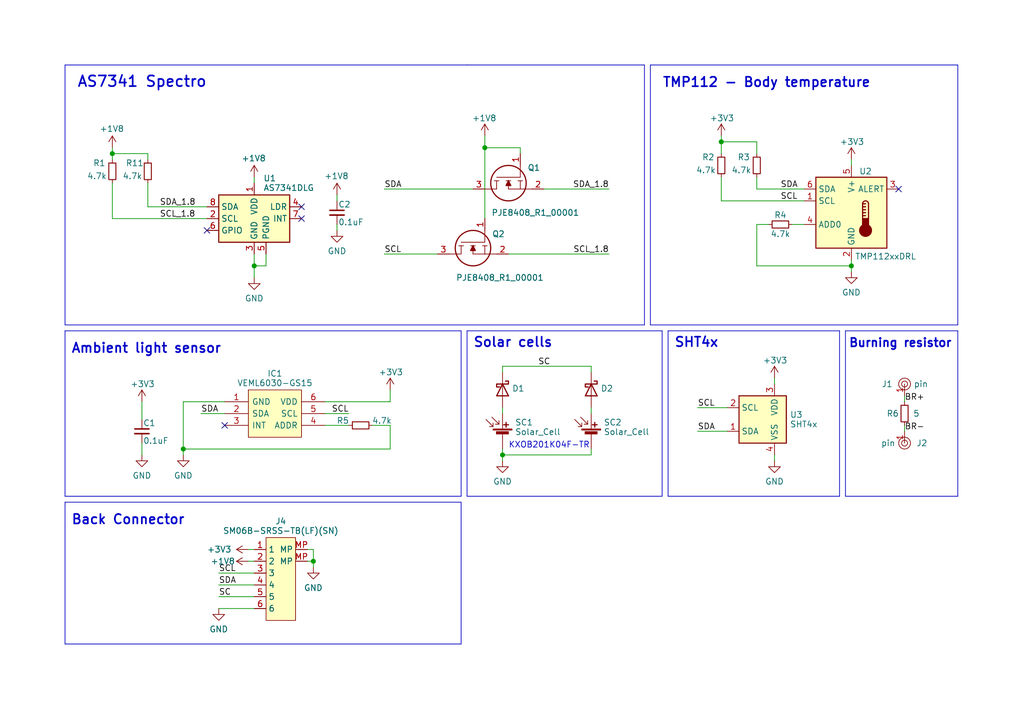
<source format=kicad_sch>
(kicad_sch (version 20230121) (generator eeschema)

  (uuid e63e39d7-6ac0-4ffd-8aa3-1841a4541b55)

  (paper "User" 219.989 152.4)

  (title_block
    (title "HexSense Svalbard SIDE module")
    (date "2023-05-30")
    (rev "v1")
    (company "MIT Media Lab")
    (comment 1 "Fangzheng Liu")
  )

  (lib_symbols
    (symbol "Device:C_Small" (pin_numbers hide) (pin_names (offset 0.254) hide) (in_bom yes) (on_board yes)
      (property "Reference" "C" (at 0.254 1.778 0)
        (effects (font (size 1.27 1.27)) (justify left))
      )
      (property "Value" "C_Small" (at 0.254 -2.032 0)
        (effects (font (size 1.27 1.27)) (justify left))
      )
      (property "Footprint" "" (at 0 0 0)
        (effects (font (size 1.27 1.27)) hide)
      )
      (property "Datasheet" "~" (at 0 0 0)
        (effects (font (size 1.27 1.27)) hide)
      )
      (property "ki_keywords" "capacitor cap" (at 0 0 0)
        (effects (font (size 1.27 1.27)) hide)
      )
      (property "ki_description" "Unpolarized capacitor, small symbol" (at 0 0 0)
        (effects (font (size 1.27 1.27)) hide)
      )
      (property "ki_fp_filters" "C_*" (at 0 0 0)
        (effects (font (size 1.27 1.27)) hide)
      )
      (symbol "C_Small_0_1"
        (polyline
          (pts
            (xy -1.524 -0.508)
            (xy 1.524 -0.508)
          )
          (stroke (width 0.3302) (type default))
          (fill (type none))
        )
        (polyline
          (pts
            (xy -1.524 0.508)
            (xy 1.524 0.508)
          )
          (stroke (width 0.3048) (type default))
          (fill (type none))
        )
      )
      (symbol "C_Small_1_1"
        (pin passive line (at 0 2.54 270) (length 2.032)
          (name "~" (effects (font (size 1.27 1.27))))
          (number "1" (effects (font (size 1.27 1.27))))
        )
        (pin passive line (at 0 -2.54 90) (length 2.032)
          (name "~" (effects (font (size 1.27 1.27))))
          (number "2" (effects (font (size 1.27 1.27))))
        )
      )
    )
    (symbol "Device:D_Schottky" (pin_numbers hide) (pin_names (offset 1.016) hide) (in_bom yes) (on_board yes)
      (property "Reference" "D" (at 0 2.54 0)
        (effects (font (size 1.27 1.27)))
      )
      (property "Value" "D_Schottky" (at 0 -2.54 0)
        (effects (font (size 1.27 1.27)))
      )
      (property "Footprint" "" (at 0 0 0)
        (effects (font (size 1.27 1.27)) hide)
      )
      (property "Datasheet" "~" (at 0 0 0)
        (effects (font (size 1.27 1.27)) hide)
      )
      (property "ki_keywords" "diode Schottky" (at 0 0 0)
        (effects (font (size 1.27 1.27)) hide)
      )
      (property "ki_description" "Schottky diode" (at 0 0 0)
        (effects (font (size 1.27 1.27)) hide)
      )
      (property "ki_fp_filters" "TO-???* *_Diode_* *SingleDiode* D_*" (at 0 0 0)
        (effects (font (size 1.27 1.27)) hide)
      )
      (symbol "D_Schottky_0_1"
        (polyline
          (pts
            (xy 1.27 0)
            (xy -1.27 0)
          )
          (stroke (width 0) (type default))
          (fill (type none))
        )
        (polyline
          (pts
            (xy 1.27 1.27)
            (xy 1.27 -1.27)
            (xy -1.27 0)
            (xy 1.27 1.27)
          )
          (stroke (width 0.254) (type default))
          (fill (type none))
        )
        (polyline
          (pts
            (xy -1.905 0.635)
            (xy -1.905 1.27)
            (xy -1.27 1.27)
            (xy -1.27 -1.27)
            (xy -0.635 -1.27)
            (xy -0.635 -0.635)
          )
          (stroke (width 0.254) (type default))
          (fill (type none))
        )
      )
      (symbol "D_Schottky_1_1"
        (pin passive line (at -3.81 0 0) (length 2.54)
          (name "K" (effects (font (size 1.27 1.27))))
          (number "1" (effects (font (size 1.27 1.27))))
        )
        (pin passive line (at 3.81 0 180) (length 2.54)
          (name "A" (effects (font (size 1.27 1.27))))
          (number "2" (effects (font (size 1.27 1.27))))
        )
      )
    )
    (symbol "Device:R_Small" (pin_numbers hide) (pin_names (offset 0.254) hide) (in_bom yes) (on_board yes)
      (property "Reference" "R" (at 0.762 0.508 0)
        (effects (font (size 1.27 1.27)) (justify left))
      )
      (property "Value" "R_Small" (at 0.762 -1.016 0)
        (effects (font (size 1.27 1.27)) (justify left))
      )
      (property "Footprint" "" (at 0 0 0)
        (effects (font (size 1.27 1.27)) hide)
      )
      (property "Datasheet" "~" (at 0 0 0)
        (effects (font (size 1.27 1.27)) hide)
      )
      (property "ki_keywords" "R resistor" (at 0 0 0)
        (effects (font (size 1.27 1.27)) hide)
      )
      (property "ki_description" "Resistor, small symbol" (at 0 0 0)
        (effects (font (size 1.27 1.27)) hide)
      )
      (property "ki_fp_filters" "R_*" (at 0 0 0)
        (effects (font (size 1.27 1.27)) hide)
      )
      (symbol "R_Small_0_1"
        (rectangle (start -0.762 1.778) (end 0.762 -1.778)
          (stroke (width 0.2032) (type default))
          (fill (type none))
        )
      )
      (symbol "R_Small_1_1"
        (pin passive line (at 0 2.54 270) (length 0.762)
          (name "~" (effects (font (size 1.27 1.27))))
          (number "1" (effects (font (size 1.27 1.27))))
        )
        (pin passive line (at 0 -2.54 90) (length 0.762)
          (name "~" (effects (font (size 1.27 1.27))))
          (number "2" (effects (font (size 1.27 1.27))))
        )
      )
    )
    (symbol "Device:Solar_Cell" (pin_numbers hide) (pin_names (offset 0) hide) (in_bom yes) (on_board yes)
      (property "Reference" "SC" (at 2.54 2.54 0)
        (effects (font (size 1.27 1.27)) (justify left))
      )
      (property "Value" "Solar_Cell" (at 2.54 0 0)
        (effects (font (size 1.27 1.27)) (justify left))
      )
      (property "Footprint" "" (at 0 1.524 90)
        (effects (font (size 1.27 1.27)) hide)
      )
      (property "Datasheet" "~" (at 0 1.524 90)
        (effects (font (size 1.27 1.27)) hide)
      )
      (property "ki_keywords" "solar cell" (at 0 0 0)
        (effects (font (size 1.27 1.27)) hide)
      )
      (property "ki_description" "Single solar cell" (at 0 0 0)
        (effects (font (size 1.27 1.27)) hide)
      )
      (symbol "Solar_Cell_0_1"
        (rectangle (start -2.032 1.778) (end 2.032 1.524)
          (stroke (width 0) (type default))
          (fill (type outline))
        )
        (rectangle (start -1.3208 1.1938) (end 1.27 0.6858)
          (stroke (width 0) (type default))
          (fill (type outline))
        )
        (polyline
          (pts
            (xy -2.032 2.286)
            (xy -3.556 3.81)
          )
          (stroke (width 0) (type default))
          (fill (type none))
        )
        (polyline
          (pts
            (xy -0.762 2.794)
            (xy -2.286 4.318)
          )
          (stroke (width 0) (type default))
          (fill (type none))
        )
        (polyline
          (pts
            (xy 0 0.762)
            (xy 0 0)
          )
          (stroke (width 0) (type default))
          (fill (type none))
        )
        (polyline
          (pts
            (xy 0 1.778)
            (xy 0 2.54)
          )
          (stroke (width 0) (type default))
          (fill (type none))
        )
        (polyline
          (pts
            (xy 0.254 2.667)
            (xy 1.27 2.667)
          )
          (stroke (width 0.254) (type default))
          (fill (type none))
        )
        (polyline
          (pts
            (xy 0.762 3.175)
            (xy 0.762 2.159)
          )
          (stroke (width 0.254) (type default))
          (fill (type none))
        )
        (polyline
          (pts
            (xy -2.032 3.048)
            (xy -2.032 2.286)
            (xy -2.794 2.286)
          )
          (stroke (width 0) (type default))
          (fill (type none))
        )
        (polyline
          (pts
            (xy -0.762 3.556)
            (xy -0.762 2.794)
            (xy -1.524 2.794)
          )
          (stroke (width 0) (type default))
          (fill (type none))
        )
      )
      (symbol "Solar_Cell_1_1"
        (pin passive line (at 0 5.08 270) (length 2.54)
          (name "+" (effects (font (size 1.27 1.27))))
          (number "1" (effects (font (size 1.27 1.27))))
        )
        (pin passive line (at 0 -2.54 90) (length 2.54)
          (name "-" (effects (font (size 1.27 1.27))))
          (number "2" (effects (font (size 1.27 1.27))))
        )
      )
    )
    (symbol "Mylib:BM06B-SURS-TF(LF)(SN)" (in_bom yes) (on_board yes)
      (property "Reference" "J" (at 0 6.35 0)
        (effects (font (size 1.27 1.27)))
      )
      (property "Value" "BM06B-SURS-TF(LF)(SN)" (at 0 3.81 0)
        (effects (font (size 1.27 1.27)))
      )
      (property "Footprint" "" (at 0 0 0)
        (effects (font (size 1.27 1.27)) hide)
      )
      (property "Datasheet" "" (at 0 0 0)
        (effects (font (size 1.27 1.27)) hide)
      )
      (symbol "BM06B-SURS-TF(LF)(SN)_0_1"
        (rectangle (start -2.54 2.54) (end 3.81 -15.24)
          (stroke (width 0.1524) (type default))
          (fill (type background))
        )
      )
      (symbol "BM06B-SURS-TF(LF)(SN)_1_1"
        (pin input line (at -5.08 0 0) (length 2.54)
          (name "1" (effects (font (size 1.27 1.27))))
          (number "1" (effects (font (size 1.27 1.27))))
        )
        (pin input line (at -5.08 -2.54 0) (length 2.54)
          (name "2" (effects (font (size 1.27 1.27))))
          (number "2" (effects (font (size 1.27 1.27))))
        )
        (pin input line (at -5.08 -5.08 0) (length 2.54)
          (name "3" (effects (font (size 1.27 1.27))))
          (number "3" (effects (font (size 1.27 1.27))))
        )
        (pin input line (at -5.08 -7.62 0) (length 2.54)
          (name "4" (effects (font (size 1.27 1.27))))
          (number "4" (effects (font (size 1.27 1.27))))
        )
        (pin input line (at -5.08 -10.16 0) (length 2.54)
          (name "5" (effects (font (size 1.27 1.27))))
          (number "5" (effects (font (size 1.27 1.27))))
        )
        (pin input line (at -5.08 -12.7 0) (length 2.54)
          (name "6" (effects (font (size 1.27 1.27))))
          (number "6" (effects (font (size 1.27 1.27))))
        )
        (pin input line (at 6.35 -2.54 180) (length 2.54)
          (name "MP" (effects (font (size 1.27 1.27))))
          (number "MP" (effects (font (size 1.27 1.27))))
        )
        (pin input line (at 6.35 0 180) (length 2.54)
          (name "MP" (effects (font (size 1.27 1.27))))
          (number "MP" (effects (font (size 1.27 1.27))))
        )
      )
    )
    (symbol "Mylib:pin" (pin_names (offset 1.016)) (in_bom yes) (on_board yes)
      (property "Reference" "J" (at 0 0 0)
        (effects (font (size 1.27 1.27)))
      )
      (property "Value" "pin" (at 0 0 0)
        (effects (font (size 1.27 1.27)))
      )
      (property "Footprint" "" (at 0 0 0)
        (effects (font (size 1.27 1.27)) hide)
      )
      (property "Datasheet" "" (at 0 0 0)
        (effects (font (size 1.27 1.27)) hide)
      )
      (symbol "pin_0_1"
        (circle (center 2.54 -1.27) (radius 0.635)
          (stroke (width 0) (type default))
          (fill (type none))
        )
        (circle (center 2.54 -1.27) (radius 1.27)
          (stroke (width 0) (type default))
          (fill (type none))
        )
      )
      (symbol "pin_1_1"
        (pin bidirectional line (at 0 -1.27 0) (length 2.54)
          (name "~" (effects (font (size 1.27 1.27))))
          (number "1" (effects (font (size 1.27 1.27))))
        )
      )
    )
    (symbol "SamacSys_Parts:PJE8408_R1_00001" (pin_names (offset 0.762)) (in_bom yes) (on_board yes)
      (property "Reference" "Q" (at 11.43 3.81 0)
        (effects (font (size 1.27 1.27)) (justify left))
      )
      (property "Value" "PJE8408_R1_00001" (at 11.43 1.27 0)
        (effects (font (size 1.27 1.27)) (justify left))
      )
      (property "Footprint" "SOTFL50P160X60-3N" (at 11.43 -1.27 0)
        (effects (font (size 1.27 1.27)) (justify left) hide)
      )
      (property "Datasheet" "https://www.mouser.com/datasheet/2/1057/PJE8408-1875938.pdf" (at 11.43 -3.81 0)
        (effects (font (size 1.27 1.27)) (justify left) hide)
      )
      (property "Description" "MOSFET /E08/TR/7\"/HF/4K/SOT-523/MOS/SOT/NFET-20TBMN/NF20TB-QI08/PJ///" (at 11.43 -6.35 0)
        (effects (font (size 1.27 1.27)) (justify left) hide)
      )
      (property "Height" "0.6" (at 11.43 -8.89 0)
        (effects (font (size 1.27 1.27)) (justify left) hide)
      )
      (property "Manufacturer_Name" "PANJIT" (at 11.43 -11.43 0)
        (effects (font (size 1.27 1.27)) (justify left) hide)
      )
      (property "Manufacturer_Part_Number" "PJE8408_R1_00001" (at 11.43 -13.97 0)
        (effects (font (size 1.27 1.27)) (justify left) hide)
      )
      (property "Mouser Part Number" "241-PJE8408_R1_00001" (at 11.43 -16.51 0)
        (effects (font (size 1.27 1.27)) (justify left) hide)
      )
      (property "Mouser Price/Stock" "https://www.mouser.co.uk/ProductDetail/Panjit/PJE8408_R1_00001?qs=sPbYRqrBIVnQTsfdUZY95w%3D%3D" (at 11.43 -19.05 0)
        (effects (font (size 1.27 1.27)) (justify left) hide)
      )
      (property "Arrow Part Number" "" (at 11.43 -21.59 0)
        (effects (font (size 1.27 1.27)) (justify left) hide)
      )
      (property "Arrow Price/Stock" "" (at 11.43 -24.13 0)
        (effects (font (size 1.27 1.27)) (justify left) hide)
      )
      (property "ki_description" "MOSFET /E08/TR/7\"/HF/4K/SOT-523/MOS/SOT/NFET-20TBMN/NF20TB-QI08/PJ///" (at 0 0 0)
        (effects (font (size 1.27 1.27)) hide)
      )
      (symbol "PJE8408_R1_00001_0_0"
        (pin passive line (at 0 0 0) (length 2.54)
          (name "~" (effects (font (size 1.27 1.27))))
          (number "1" (effects (font (size 1.27 1.27))))
        )
        (pin passive line (at 7.62 -5.08 90) (length 2.54)
          (name "~" (effects (font (size 1.27 1.27))))
          (number "2" (effects (font (size 1.27 1.27))))
        )
        (pin passive line (at 7.62 10.16 270) (length 2.54)
          (name "~" (effects (font (size 1.27 1.27))))
          (number "3" (effects (font (size 1.27 1.27))))
        )
      )
      (symbol "PJE8408_R1_00001_0_1"
        (polyline
          (pts
            (xy 5.842 -0.508)
            (xy 5.842 0.508)
          )
          (stroke (width 0.1524) (type solid))
          (fill (type none))
        )
        (polyline
          (pts
            (xy 5.842 0)
            (xy 7.62 0)
          )
          (stroke (width 0.1524) (type solid))
          (fill (type none))
        )
        (polyline
          (pts
            (xy 5.842 2.032)
            (xy 5.842 3.048)
          )
          (stroke (width 0.1524) (type solid))
          (fill (type none))
        )
        (polyline
          (pts
            (xy 5.842 5.588)
            (xy 5.842 4.572)
          )
          (stroke (width 0.1524) (type solid))
          (fill (type none))
        )
        (polyline
          (pts
            (xy 7.62 2.54)
            (xy 5.842 2.54)
          )
          (stroke (width 0.1524) (type solid))
          (fill (type none))
        )
        (polyline
          (pts
            (xy 7.62 2.54)
            (xy 7.62 -2.54)
          )
          (stroke (width 0.1524) (type solid))
          (fill (type none))
        )
        (polyline
          (pts
            (xy 7.62 5.08)
            (xy 5.842 5.08)
          )
          (stroke (width 0.1524) (type solid))
          (fill (type none))
        )
        (polyline
          (pts
            (xy 7.62 5.08)
            (xy 7.62 7.62)
          )
          (stroke (width 0.1524) (type solid))
          (fill (type none))
        )
        (polyline
          (pts
            (xy 2.54 0)
            (xy 5.08 0)
            (xy 5.08 5.08)
          )
          (stroke (width 0.1524) (type solid))
          (fill (type none))
        )
        (polyline
          (pts
            (xy 5.842 2.54)
            (xy 6.858 3.048)
            (xy 6.858 2.032)
            (xy 5.842 2.54)
          )
          (stroke (width 0.254) (type solid))
          (fill (type outline))
        )
        (circle (center 6.35 2.54) (radius 3.81)
          (stroke (width 0.254) (type solid))
          (fill (type none))
        )
      )
    )
    (symbol "SamacSys_Parts:VEML6030-GS15" (pin_names (offset 0.762)) (in_bom yes) (on_board yes)
      (property "Reference" "IC1" (at 11.43 6.35 0)
        (effects (font (size 1.27 1.27)))
      )
      (property "Value" "VEML6030-GS15" (at 11.43 3.81 0)
        (effects (font (size 1.27 1.27)))
      )
      (property "Footprint" "VEML6030GS15" (at 30.48 6.35 0)
        (effects (font (size 1.27 1.27)) (justify left) hide)
      )
      (property "Datasheet" "https://www.vishay.com/docs/84366/veml6030.pdf" (at 30.48 3.81 0)
        (effects (font (size 1.27 1.27)) (justify left) hide)
      )
      (property "Description" "Ambient Light Sensors Opr 2.5-3.6V 0.005x Filtron O-Trim 16Bit" (at 30.48 1.27 0)
        (effects (font (size 1.27 1.27)) (justify left) hide)
      )
      (property "Height" "0.87" (at 30.48 -1.27 0)
        (effects (font (size 1.27 1.27)) (justify left) hide)
      )
      (property "Manufacturer_Name" "Vishay" (at 30.48 -3.81 0)
        (effects (font (size 1.27 1.27)) (justify left) hide)
      )
      (property "Manufacturer_Part_Number" "VEML6030-GS15" (at 30.48 -6.35 0)
        (effects (font (size 1.27 1.27)) (justify left) hide)
      )
      (property "Mouser Part Number" "78-VEML6030-GS15" (at 30.48 -8.89 0)
        (effects (font (size 1.27 1.27)) (justify left) hide)
      )
      (property "Mouser Price/Stock" "https://www.mouser.co.uk/ProductDetail/Vishay-Semiconductors/VEML6030-GS15?qs=oeTp6q%252Bm7GPFKA43nE0FoQ%3D%3D" (at 30.48 -11.43 0)
        (effects (font (size 1.27 1.27)) (justify left) hide)
      )
      (property "Arrow Part Number" "VEML6030-GS15" (at 30.48 -13.97 0)
        (effects (font (size 1.27 1.27)) (justify left) hide)
      )
      (property "Arrow Price/Stock" "https://www.arrow.com/en/products/veml6030-gs15/vishay?region=nac" (at 30.48 -16.51 0)
        (effects (font (size 1.27 1.27)) (justify left) hide)
      )
      (property "ki_description" "Ambient Light Sensors Opr 2.5-3.6V 0.005x Filtron O-Trim 16Bit" (at 0 0 0)
        (effects (font (size 1.27 1.27)) hide)
      )
      (symbol "VEML6030-GS15_0_0"
        (pin passive line (at 0 0 0) (length 5.08)
          (name "GND" (effects (font (size 1.27 1.27))))
          (number "1" (effects (font (size 1.27 1.27))))
        )
        (pin passive line (at 0 -2.54 0) (length 5.08)
          (name "SDA" (effects (font (size 1.27 1.27))))
          (number "2" (effects (font (size 1.27 1.27))))
        )
        (pin passive line (at 0 -5.08 0) (length 5.08)
          (name "INT" (effects (font (size 1.27 1.27))))
          (number "3" (effects (font (size 1.27 1.27))))
        )
        (pin passive line (at 21.59 -5.08 180) (length 5.08)
          (name "ADDR" (effects (font (size 1.27 1.27))))
          (number "4" (effects (font (size 1.27 1.27))))
        )
        (pin passive line (at 21.59 -2.54 180) (length 5.08)
          (name "SCL" (effects (font (size 1.27 1.27))))
          (number "5" (effects (font (size 1.27 1.27))))
        )
        (pin passive line (at 21.59 0 180) (length 5.08)
          (name "VDD" (effects (font (size 1.27 1.27))))
          (number "6" (effects (font (size 1.27 1.27))))
        )
      )
      (symbol "VEML6030-GS15_1_1"
        (polyline
          (pts
            (xy 5.08 2.54)
            (xy 16.51 2.54)
            (xy 16.51 -7.62)
            (xy 5.08 -7.62)
            (xy 5.08 2.54)
          )
          (stroke (width 0.1524) (type solid))
          (fill (type background))
        )
      )
    )
    (symbol "Sensor_Humidity:SHT4x" (in_bom yes) (on_board yes)
      (property "Reference" "U" (at 0 8.89 0)
        (effects (font (size 1.27 1.27)) (justify right))
      )
      (property "Value" "SHT4x" (at 0 6.35 0)
        (effects (font (size 1.27 1.27)) (justify right))
      )
      (property "Footprint" "Sensor_Humidity:Sensirion_DFN-4_1.5x1.5mm_P0.8mm_SHT4x_NoCentralPad" (at 3.81 -6.35 0)
        (effects (font (size 1.27 1.27)) (justify left) hide)
      )
      (property "Datasheet" "https://sensirion.com/media/documents/33FD6951/624C4357/Datasheet_SHT4x.pdf" (at 3.81 -8.89 0)
        (effects (font (size 1.27 1.27)) (justify left) hide)
      )
      (property "ki_keywords" "Sensirion environment environmental measurement digital SHT40 SHT41 SHT45" (at 0 0 0)
        (effects (font (size 1.27 1.27)) hide)
      )
      (property "ki_description" "Digital Humidity and Temperature Sensor, +/-1%RH, +/-0.1degC, I2C, 1.08-3.6V, 16bit, DFN-4" (at 0 0 0)
        (effects (font (size 1.27 1.27)) hide)
      )
      (property "ki_fp_filters" "Sensirion?DFN*1.5x1.5mm*P0.8mm*SHT4x*" (at 0 0 0)
        (effects (font (size 1.27 1.27)) hide)
      )
      (symbol "SHT4x_1_1"
        (rectangle (start -5.08 5.08) (end 5.08 -5.08)
          (stroke (width 0.254) (type default))
          (fill (type background))
        )
        (pin bidirectional line (at -7.62 -2.54 0) (length 2.54)
          (name "SDA" (effects (font (size 1.27 1.27))))
          (number "1" (effects (font (size 1.27 1.27))))
        )
        (pin input line (at -7.62 2.54 0) (length 2.54)
          (name "SCL" (effects (font (size 1.27 1.27))))
          (number "2" (effects (font (size 1.27 1.27))))
        )
        (pin power_in line (at 2.54 7.62 270) (length 2.54)
          (name "VDD" (effects (font (size 1.27 1.27))))
          (number "3" (effects (font (size 1.27 1.27))))
        )
        (pin power_in line (at 2.54 -7.62 90) (length 2.54)
          (name "VSS" (effects (font (size 1.27 1.27))))
          (number "4" (effects (font (size 1.27 1.27))))
        )
      )
    )
    (symbol "Sensor_Optical:AS7341DLG" (in_bom yes) (on_board yes)
      (property "Reference" "U" (at -2.54 8.255 0)
        (effects (font (size 1.27 1.27)) (justify right))
      )
      (property "Value" "AS7341DLG" (at -2.54 6.35 0)
        (effects (font (size 1.27 1.27)) (justify right))
      )
      (property "Footprint" "Package_LGA:AMS_OLGA-8_2x3.1mm_P0.8mm" (at 3.81 -6.35 0)
        (effects (font (size 1.27 1.27)) (justify left) hide)
      )
      (property "Datasheet" "https://ams.com/documents/20143/36005/AS7341_DS000504_3-00.pdf" (at 3.81 -8.89 0)
        (effects (font (size 1.27 1.27)) (justify left) hide)
      )
      (property "ki_keywords" "11-Channel Spectral i2c optical color" (at 0 0 0)
        (effects (font (size 1.27 1.27)) hide)
      )
      (property "ki_description" "11-Channel Multi-Spectral Digital Sensor, OLGA-8" (at 0 0 0)
        (effects (font (size 1.27 1.27)) hide)
      )
      (property "ki_fp_filters" "AMS*OLGA*2x3.1mm*P0.8mm*" (at 0 0 0)
        (effects (font (size 1.27 1.27)) hide)
      )
      (symbol "AS7341DLG_0_1"
        (rectangle (start -7.62 5.08) (end 7.62 -5.08)
          (stroke (width 0.254) (type default))
          (fill (type background))
        )
      )
      (symbol "AS7341DLG_1_1"
        (pin power_in line (at 0 7.62 270) (length 2.54)
          (name "VDD" (effects (font (size 1.27 1.27))))
          (number "1" (effects (font (size 1.27 1.27))))
        )
        (pin input line (at -10.16 0 0) (length 2.54)
          (name "SCL" (effects (font (size 1.27 1.27))))
          (number "2" (effects (font (size 1.27 1.27))))
        )
        (pin power_in line (at 0 -7.62 90) (length 2.54)
          (name "GND" (effects (font (size 1.27 1.27))))
          (number "3" (effects (font (size 1.27 1.27))))
        )
        (pin passive line (at 10.16 2.54 180) (length 2.54)
          (name "LDR" (effects (font (size 1.27 1.27))))
          (number "4" (effects (font (size 1.27 1.27))))
        )
        (pin power_in line (at 2.54 -7.62 90) (length 2.54)
          (name "PGND" (effects (font (size 1.27 1.27))))
          (number "5" (effects (font (size 1.27 1.27))))
        )
        (pin input line (at -10.16 -2.54 0) (length 2.54)
          (name "GPIO" (effects (font (size 1.27 1.27))))
          (number "6" (effects (font (size 1.27 1.27))))
        )
        (pin open_collector line (at 10.16 0 180) (length 2.54)
          (name "INT" (effects (font (size 1.27 1.27))))
          (number "7" (effects (font (size 1.27 1.27))))
        )
        (pin bidirectional line (at -10.16 2.54 0) (length 2.54)
          (name "SDA" (effects (font (size 1.27 1.27))))
          (number "8" (effects (font (size 1.27 1.27))))
        )
      )
    )
    (symbol "Sensor_Temperature:TMP112xxDRL" (in_bom yes) (on_board yes)
      (property "Reference" "U" (at -2.54 10.795 0)
        (effects (font (size 1.27 1.27)) (justify right))
      )
      (property "Value" "TMP112xxDRL" (at -2.54 8.89 0)
        (effects (font (size 1.27 1.27)) (justify right))
      )
      (property "Footprint" "Package_TO_SOT_SMD:SOT-563" (at 1.27 -8.89 0)
        (effects (font (size 1.27 1.27)) (justify left) hide)
      )
      (property "Datasheet" "https://www.ti.com/lit/ds/symlink/tmp112.pdf" (at 1.27 -11.43 0)
        (effects (font (size 1.27 1.27)) (justify left) hide)
      )
      (property "ki_keywords" "digital temperature sensor i2c smbus two-wire nist" (at 0 0 0)
        (effects (font (size 1.27 1.27)) hide)
      )
      (property "ki_description" "Digital Temperature Sensor with I2C/SMBus/Two-wire Interface, 12 bits, +/-1° C, one-shot conversion, alert, nist traceable, SOT-563" (at 0 0 0)
        (effects (font (size 1.27 1.27)) hide)
      )
      (property "ki_fp_filters" "SOT?563*" (at 0 0 0)
        (effects (font (size 1.27 1.27)) hide)
      )
      (symbol "TMP112xxDRL_0_1"
        (rectangle (start -7.62 7.62) (end 7.62 -7.62)
          (stroke (width 0.254) (type default))
          (fill (type background))
        )
      )
      (symbol "TMP112xxDRL_1_1"
        (polyline
          (pts
            (xy 2.413 -0.635)
            (xy 3.048 -0.635)
          )
          (stroke (width 0.254) (type default))
          (fill (type none))
        )
        (polyline
          (pts
            (xy 2.413 0)
            (xy 3.048 0)
          )
          (stroke (width 0.254) (type default))
          (fill (type none))
        )
        (polyline
          (pts
            (xy 2.413 0.635)
            (xy 3.048 0.635)
          )
          (stroke (width 0.254) (type default))
          (fill (type none))
        )
        (polyline
          (pts
            (xy 2.413 1.27)
            (xy 3.048 1.27)
          )
          (stroke (width 0.254) (type default))
          (fill (type none))
        )
        (polyline
          (pts
            (xy 2.413 1.905)
            (xy 2.413 -1.27)
          )
          (stroke (width 0.254) (type default))
          (fill (type none))
        )
        (polyline
          (pts
            (xy 2.413 1.905)
            (xy 3.048 1.905)
          )
          (stroke (width 0.254) (type default))
          (fill (type none))
        )
        (polyline
          (pts
            (xy 3.683 1.905)
            (xy 3.683 -1.27)
          )
          (stroke (width 0.254) (type default))
          (fill (type none))
        )
        (circle (center 3.048 -3.81) (radius 1.27)
          (stroke (width 0.254) (type default))
          (fill (type outline))
        )
        (rectangle (start 3.683 -3.175) (end 2.413 -1.27)
          (stroke (width 0.254) (type default))
          (fill (type outline))
        )
        (arc (start 3.683 1.905) (mid 3.048 2.5373) (end 2.413 1.905)
          (stroke (width 0.254) (type default))
          (fill (type none))
        )
        (pin input line (at -10.16 2.54 0) (length 2.54)
          (name "SCL" (effects (font (size 1.27 1.27))))
          (number "1" (effects (font (size 1.27 1.27))))
        )
        (pin power_in line (at 0 -10.16 90) (length 2.54)
          (name "GND" (effects (font (size 1.27 1.27))))
          (number "2" (effects (font (size 1.27 1.27))))
        )
        (pin open_collector line (at 10.16 5.08 180) (length 2.54)
          (name "ALERT" (effects (font (size 1.27 1.27))))
          (number "3" (effects (font (size 1.27 1.27))))
        )
        (pin input line (at -10.16 -2.54 0) (length 2.54)
          (name "ADD0" (effects (font (size 1.27 1.27))))
          (number "4" (effects (font (size 1.27 1.27))))
        )
        (pin power_in line (at 0 10.16 270) (length 2.54)
          (name "V+" (effects (font (size 1.27 1.27))))
          (number "5" (effects (font (size 1.27 1.27))))
        )
        (pin bidirectional line (at -10.16 5.08 0) (length 2.54)
          (name "SDA" (effects (font (size 1.27 1.27))))
          (number "6" (effects (font (size 1.27 1.27))))
        )
      )
    )
    (symbol "power:+1V8" (power) (pin_names (offset 0)) (in_bom yes) (on_board yes)
      (property "Reference" "#PWR" (at 0 -3.81 0)
        (effects (font (size 1.27 1.27)) hide)
      )
      (property "Value" "+1V8" (at 0 3.556 0)
        (effects (font (size 1.27 1.27)))
      )
      (property "Footprint" "" (at 0 0 0)
        (effects (font (size 1.27 1.27)) hide)
      )
      (property "Datasheet" "" (at 0 0 0)
        (effects (font (size 1.27 1.27)) hide)
      )
      (property "ki_keywords" "power-flag" (at 0 0 0)
        (effects (font (size 1.27 1.27)) hide)
      )
      (property "ki_description" "Power symbol creates a global label with name \"+1V8\"" (at 0 0 0)
        (effects (font (size 1.27 1.27)) hide)
      )
      (symbol "+1V8_0_1"
        (polyline
          (pts
            (xy -0.762 1.27)
            (xy 0 2.54)
          )
          (stroke (width 0) (type default))
          (fill (type none))
        )
        (polyline
          (pts
            (xy 0 0)
            (xy 0 2.54)
          )
          (stroke (width 0) (type default))
          (fill (type none))
        )
        (polyline
          (pts
            (xy 0 2.54)
            (xy 0.762 1.27)
          )
          (stroke (width 0) (type default))
          (fill (type none))
        )
      )
      (symbol "+1V8_1_1"
        (pin power_in line (at 0 0 90) (length 0) hide
          (name "+1V8" (effects (font (size 1.27 1.27))))
          (number "1" (effects (font (size 1.27 1.27))))
        )
      )
    )
    (symbol "power:+3.3V" (power) (pin_names (offset 0)) (in_bom yes) (on_board yes)
      (property "Reference" "#PWR" (at 0 -3.81 0)
        (effects (font (size 1.27 1.27)) hide)
      )
      (property "Value" "+3.3V" (at 0 3.556 0)
        (effects (font (size 1.27 1.27)))
      )
      (property "Footprint" "" (at 0 0 0)
        (effects (font (size 1.27 1.27)) hide)
      )
      (property "Datasheet" "" (at 0 0 0)
        (effects (font (size 1.27 1.27)) hide)
      )
      (property "ki_keywords" "power-flag" (at 0 0 0)
        (effects (font (size 1.27 1.27)) hide)
      )
      (property "ki_description" "Power symbol creates a global label with name \"+3.3V\"" (at 0 0 0)
        (effects (font (size 1.27 1.27)) hide)
      )
      (symbol "+3.3V_0_1"
        (polyline
          (pts
            (xy -0.762 1.27)
            (xy 0 2.54)
          )
          (stroke (width 0) (type default))
          (fill (type none))
        )
        (polyline
          (pts
            (xy 0 0)
            (xy 0 2.54)
          )
          (stroke (width 0) (type default))
          (fill (type none))
        )
        (polyline
          (pts
            (xy 0 2.54)
            (xy 0.762 1.27)
          )
          (stroke (width 0) (type default))
          (fill (type none))
        )
      )
      (symbol "+3.3V_1_1"
        (pin power_in line (at 0 0 90) (length 0) hide
          (name "+3V3" (effects (font (size 1.27 1.27))))
          (number "1" (effects (font (size 1.27 1.27))))
        )
      )
    )
    (symbol "power:GND" (power) (pin_names (offset 0)) (in_bom yes) (on_board yes)
      (property "Reference" "#PWR" (at 0 -6.35 0)
        (effects (font (size 1.27 1.27)) hide)
      )
      (property "Value" "GND" (at 0 -3.81 0)
        (effects (font (size 1.27 1.27)))
      )
      (property "Footprint" "" (at 0 0 0)
        (effects (font (size 1.27 1.27)) hide)
      )
      (property "Datasheet" "" (at 0 0 0)
        (effects (font (size 1.27 1.27)) hide)
      )
      (property "ki_keywords" "power-flag" (at 0 0 0)
        (effects (font (size 1.27 1.27)) hide)
      )
      (property "ki_description" "Power symbol creates a global label with name \"GND\" , ground" (at 0 0 0)
        (effects (font (size 1.27 1.27)) hide)
      )
      (symbol "GND_0_1"
        (polyline
          (pts
            (xy 0 0)
            (xy 0 -1.27)
            (xy 1.27 -1.27)
            (xy 0 -2.54)
            (xy -1.27 -1.27)
            (xy 0 -1.27)
          )
          (stroke (width 0) (type default))
          (fill (type none))
        )
      )
      (symbol "GND_1_1"
        (pin power_in line (at 0 0 270) (length 0) hide
          (name "GND" (effects (font (size 1.27 1.27))))
          (number "1" (effects (font (size 1.27 1.27))))
        )
      )
    )
  )

  (junction (at 39.37 96.52) (diameter 0) (color 0 0 0 0)
    (uuid 13d215d2-0299-4fa0-8cb7-781c9fb3badc)
  )
  (junction (at 182.88 57.15) (diameter 0) (color 0 0 0 0)
    (uuid 14ffdb79-40e3-436c-a892-50bfc460e84b)
  )
  (junction (at 107.95 97.79) (diameter 0) (color 0 0 0 0)
    (uuid 29cbd0df-1a8d-443e-9fd1-83064067107d)
  )
  (junction (at 154.94 30.48) (diameter 0) (color 0 0 0 0)
    (uuid 8a26ba66-a9d4-486e-9ef3-ba615073f2ad)
  )
  (junction (at 54.61 57.15) (diameter 0) (color 0 0 0 0)
    (uuid cb7f0577-6570-4ad9-9a98-f5d5e00b9858)
  )
  (junction (at 67.31 120.65) (diameter 0) (color 0 0 0 0)
    (uuid d4d73fed-abc8-4afc-a47d-5a16600b892e)
  )
  (junction (at 24.13 33.02) (diameter 0) (color 0 0 0 0)
    (uuid e39122f5-84cf-4a8e-9b0a-ef38d29d4092)
  )
  (junction (at 104.14 31.75) (diameter 0) (color 0 0 0 0)
    (uuid e5ea047f-d07e-487f-805a-8fb9ed5ad8ed)
  )

  (no_connect (at 64.77 44.45) (uuid 4f01a9bf-b928-4b1d-95d1-496107f89e54))
  (no_connect (at 64.77 46.99) (uuid 4fe54f8a-5e7b-4fa8-8f33-46987acf96bc))
  (no_connect (at 48.26 91.44) (uuid 50009a85-cc34-4a87-aa1c-026aa4936759))
  (no_connect (at 44.45 49.53) (uuid ee409f35-043f-4042-b9fe-365ab1529d44))
  (no_connect (at 193.04 40.64) (uuid f1761579-1fdf-4fed-85b4-a9937e79b026))

  (wire (pts (xy 162.56 48.26) (xy 162.56 57.15))
    (stroke (width 0) (type default))
    (uuid 01fad676-fb04-4721-8332-44623f5e5430)
  )
  (wire (pts (xy 24.13 31.75) (xy 24.13 33.02))
    (stroke (width 0) (type default))
    (uuid 02c73b13-5fb7-481f-9269-48493bf701aa)
  )
  (polyline (pts (xy 13.97 107.95) (xy 99.06 107.95))
    (stroke (width 0) (type default))
    (uuid 057e2d98-c86c-4891-b9c4-52609d873ad0)
  )
  (polyline (pts (xy 99.06 107.95) (xy 99.06 138.43))
    (stroke (width 0) (type default))
    (uuid 073406d2-48bd-487d-9848-c6660dfbc679)
  )

  (wire (pts (xy 54.61 38.1) (xy 54.61 39.37))
    (stroke (width 0) (type default))
    (uuid 0cdbaf67-a09a-4361-b901-4a1e75250d89)
  )
  (wire (pts (xy 111.76 33.02) (xy 111.76 31.75))
    (stroke (width 0) (type default))
    (uuid 0d08e9d0-4556-4801-89b8-4c98913ef447)
  )
  (wire (pts (xy 194.31 85.09) (xy 194.31 86.36))
    (stroke (width 0) (type default))
    (uuid 0e040a72-ce4c-41ec-8517-23e64f4399c2)
  )
  (wire (pts (xy 182.88 34.29) (xy 182.88 35.56))
    (stroke (width 0) (type default))
    (uuid 0ed4622a-5d2f-4e96-87fb-d58784a66360)
  )
  (wire (pts (xy 127 97.79) (xy 127 96.52))
    (stroke (width 0) (type default))
    (uuid 0efec45a-6c5b-4d38-a218-673d2e5ae0aa)
  )
  (wire (pts (xy 83.82 96.52) (xy 39.37 96.52))
    (stroke (width 0) (type default))
    (uuid 14e5ab1e-38eb-483c-8226-a02e675d289a)
  )
  (wire (pts (xy 54.61 57.15) (xy 54.61 59.69))
    (stroke (width 0) (type default))
    (uuid 159018e8-1bc9-4fd0-8041-7d89905793e4)
  )
  (wire (pts (xy 107.95 78.74) (xy 127 78.74))
    (stroke (width 0) (type default))
    (uuid 181dfd1d-a898-48a9-a89e-6d46150f9835)
  )
  (wire (pts (xy 194.31 91.44) (xy 194.31 92.71))
    (stroke (width 0) (type default))
    (uuid 19691a16-6427-4156-bdff-e2ce1d9d08e2)
  )
  (polyline (pts (xy 181.61 71.12) (xy 205.74 71.12))
    (stroke (width 0) (type default))
    (uuid 2017b8b7-6ab1-4df4-8562-c538cd63e3fd)
  )

  (wire (pts (xy 107.95 97.79) (xy 107.95 99.06))
    (stroke (width 0) (type default))
    (uuid 227c1fe0-6942-4974-9544-fdd913cdc3ed)
  )
  (polyline (pts (xy 13.97 138.43) (xy 13.97 107.95))
    (stroke (width 0) (type default))
    (uuid 22b08116-5afc-4998-bb8e-357457ea1721)
  )

  (wire (pts (xy 107.95 97.79) (xy 127 97.79))
    (stroke (width 0) (type default))
    (uuid 263e3ff2-1272-4e76-b2f2-6de3e486e748)
  )
  (wire (pts (xy 162.56 38.1) (xy 162.56 40.64))
    (stroke (width 0) (type default))
    (uuid 26c306de-d209-4a41-84a0-82acf87adbb1)
  )
  (wire (pts (xy 104.14 31.75) (xy 104.14 46.99))
    (stroke (width 0) (type default))
    (uuid 2c21ffce-e1bd-4a10-94ae-767f1f4ac6e5)
  )
  (wire (pts (xy 127 87.63) (xy 127 88.9))
    (stroke (width 0) (type default))
    (uuid 2caeed9a-3cd1-4c3b-b4af-d49de3d46384)
  )
  (wire (pts (xy 82.55 54.61) (xy 93.98 54.61))
    (stroke (width 0) (type default))
    (uuid 2e5a5a4a-1aa6-42e7-8b51-dd0ed18e42af)
  )
  (wire (pts (xy 83.82 86.36) (xy 83.82 83.82))
    (stroke (width 0) (type default))
    (uuid 33f4a193-76f8-41c4-bae4-5d1f7997cdd0)
  )
  (polyline (pts (xy 180.34 106.68) (xy 143.51 106.68))
    (stroke (width 0) (type default))
    (uuid 3d4abe06-8c83-48e5-912e-f819a7592a5e)
  )

  (wire (pts (xy 66.04 118.11) (xy 67.31 118.11))
    (stroke (width 0) (type default))
    (uuid 41c619a1-18bb-4c9a-a12d-80ba3140de15)
  )
  (wire (pts (xy 31.75 39.37) (xy 31.75 44.45))
    (stroke (width 0) (type default))
    (uuid 422f0bb7-cbba-4564-8350-08393635e0eb)
  )
  (polyline (pts (xy 138.43 69.85) (xy 100.33 69.85))
    (stroke (width 0) (type default))
    (uuid 423bd441-0413-4fa5-be2d-df4b9bc4b1fa)
  )

  (wire (pts (xy 24.13 33.02) (xy 31.75 33.02))
    (stroke (width 0) (type default))
    (uuid 43e866eb-92d4-4599-bd6f-3198d0177393)
  )
  (wire (pts (xy 57.15 57.15) (xy 57.15 54.61))
    (stroke (width 0) (type default))
    (uuid 458036cf-56c5-4c61-9ece-9a18a04c746c)
  )
  (wire (pts (xy 149.86 92.71) (xy 156.21 92.71))
    (stroke (width 0) (type default))
    (uuid 48cce9f9-74cb-4bf0-90f3-c2acea506d9c)
  )
  (wire (pts (xy 154.94 30.48) (xy 154.94 33.02))
    (stroke (width 0) (type default))
    (uuid 4f22af53-9e7a-4752-a383-c53128bf1045)
  )
  (polyline (pts (xy 180.34 71.12) (xy 180.34 106.68))
    (stroke (width 0) (type default))
    (uuid 501e3c56-a88c-459e-af31-b58b37c81048)
  )

  (wire (pts (xy 39.37 97.79) (xy 39.37 96.52))
    (stroke (width 0) (type default))
    (uuid 5180d0d4-2bdb-463d-8d2b-2dd2ad017daf)
  )
  (wire (pts (xy 107.95 78.74) (xy 107.95 80.01))
    (stroke (width 0) (type default))
    (uuid 539a7b62-e068-4ddf-9f7d-f03019e8f2c4)
  )
  (wire (pts (xy 54.61 57.15) (xy 57.15 57.15))
    (stroke (width 0) (type default))
    (uuid 53c45ef5-9af1-4c62-ab3f-be3b739abc79)
  )
  (wire (pts (xy 170.18 48.26) (xy 172.72 48.26))
    (stroke (width 0) (type default))
    (uuid 5794566b-d71e-41be-8894-5d8f77610813)
  )
  (wire (pts (xy 127 78.74) (xy 127 80.01))
    (stroke (width 0) (type default))
    (uuid 59d85d9f-b61a-44d4-88b7-c87e90be903b)
  )
  (wire (pts (xy 82.55 40.64) (xy 101.6 40.64))
    (stroke (width 0) (type default))
    (uuid 5b0f1d80-3c53-4726-ba8d-ffaf03d43e98)
  )
  (wire (pts (xy 162.56 30.48) (xy 162.56 33.02))
    (stroke (width 0) (type default))
    (uuid 5ec7abbb-a3cb-4b11-882e-1d5fd72e56c7)
  )
  (polyline (pts (xy 13.97 13.97) (xy 100.33 13.97))
    (stroke (width 0) (type default))
    (uuid 5fada503-749c-4ab1-b15f-4f7e43d6c0e6)
  )
  (polyline (pts (xy 99.06 71.12) (xy 99.06 106.68))
    (stroke (width 0) (type default))
    (uuid 6321eb12-ce2b-48f2-a8f5-962a8217cb6a)
  )

  (wire (pts (xy 104.14 31.75) (xy 111.76 31.75))
    (stroke (width 0) (type default))
    (uuid 688d3139-9b8b-4346-bcd0-c51e5817b14c)
  )
  (polyline (pts (xy 205.74 106.68) (xy 181.61 106.68))
    (stroke (width 0) (type default))
    (uuid 688de66d-a453-40de-b04d-a920f55701ea)
  )

  (wire (pts (xy 182.88 58.42) (xy 182.88 57.15))
    (stroke (width 0) (type default))
    (uuid 6f45df1d-f31c-4528-adf9-cdb80fcf3c70)
  )
  (wire (pts (xy 72.39 41.91) (xy 72.39 43.18))
    (stroke (width 0) (type default))
    (uuid 6f971d5e-bd41-4900-b5a3-cdafe4eacf7f)
  )
  (wire (pts (xy 39.37 86.36) (xy 48.26 86.36))
    (stroke (width 0) (type default))
    (uuid 70081cfb-5724-4f01-805b-367769063c9e)
  )
  (wire (pts (xy 39.37 96.52) (xy 39.37 86.36))
    (stroke (width 0) (type default))
    (uuid 731f2e19-ad16-481f-aa77-c1cc1643e211)
  )
  (polyline (pts (xy 13.97 13.97) (xy 13.97 69.85))
    (stroke (width 0) (type default))
    (uuid 739f3cb7-0919-467c-97ae-3e7d0f3a1905)
  )

  (wire (pts (xy 24.13 33.02) (xy 24.13 34.29))
    (stroke (width 0) (type default))
    (uuid 76ad7776-0765-47c5-98a7-09b292e02912)
  )
  (wire (pts (xy 69.85 86.36) (xy 83.82 86.36))
    (stroke (width 0) (type default))
    (uuid 78942938-b11c-4f7f-8701-c52aa5d01aed)
  )
  (polyline (pts (xy 139.7 69.85) (xy 205.74 69.85))
    (stroke (width 0) (type default))
    (uuid 79d68bee-cf84-4a60-84a0-8eb030e41519)
  )

  (wire (pts (xy 30.48 86.36) (xy 30.48 90.17))
    (stroke (width 0) (type default))
    (uuid 7ddba7bb-31fa-4466-a296-c95778d315fa)
  )
  (polyline (pts (xy 181.61 71.12) (xy 181.61 106.68))
    (stroke (width 0) (type default))
    (uuid 7ed8c1e4-8c5e-40c7-bd17-217b24f43be8)
  )
  (polyline (pts (xy 99.06 106.68) (xy 13.97 106.68))
    (stroke (width 0) (type default))
    (uuid 827a8cd9-cded-4a89-a97c-499d6459d9e6)
  )

  (wire (pts (xy 46.99 125.73) (xy 54.61 125.73))
    (stroke (width 0) (type default))
    (uuid 82aa0d52-47c7-4ae4-bec7-8df2ccf30c4b)
  )
  (polyline (pts (xy 139.7 13.97) (xy 139.7 69.85))
    (stroke (width 0) (type default))
    (uuid 8371bfa4-1c9c-46e9-9089-2378293c9325)
  )
  (polyline (pts (xy 100.33 71.12) (xy 100.33 106.68))
    (stroke (width 0) (type default))
    (uuid 8594c74d-a8bc-4ede-92a1-c0fde97cce16)
  )
  (polyline (pts (xy 13.97 69.85) (xy 100.33 69.85))
    (stroke (width 0) (type default))
    (uuid 8733c8ae-b75a-4fd8-b8f6-8d937e936df7)
  )
  (polyline (pts (xy 142.24 71.12) (xy 100.33 71.12))
    (stroke (width 0) (type default))
    (uuid 87f39b9b-261c-4ae7-9cea-746524b8148b)
  )

  (wire (pts (xy 109.22 54.61) (xy 130.81 54.61))
    (stroke (width 0) (type default))
    (uuid 8bf3a36c-7e62-4791-a37d-2b04d9bf8f86)
  )
  (wire (pts (xy 53.34 118.11) (xy 54.61 118.11))
    (stroke (width 0) (type default))
    (uuid 91205db7-a9a3-4509-baad-e2abaf871ac7)
  )
  (wire (pts (xy 67.31 120.65) (xy 67.31 121.92))
    (stroke (width 0) (type default))
    (uuid 92ca0e7d-7dc6-4b02-a2f1-f2d7dadac99d)
  )
  (wire (pts (xy 116.84 40.64) (xy 130.81 40.64))
    (stroke (width 0) (type default))
    (uuid 94b2388e-25bb-4cfa-826b-7d3d8fdbe939)
  )
  (polyline (pts (xy 138.43 13.97) (xy 138.43 69.85))
    (stroke (width 0) (type default))
    (uuid 96240854-b07e-4d5e-90a0-b1875aa080b9)
  )

  (wire (pts (xy 154.94 30.48) (xy 162.56 30.48))
    (stroke (width 0) (type default))
    (uuid 96c325a8-dabd-4991-aaae-a45e4d7cbc95)
  )
  (polyline (pts (xy 99.06 138.43) (xy 13.97 138.43))
    (stroke (width 0) (type default))
    (uuid 972e25b4-83c2-4b04-971c-eb758075827b)
  )

  (wire (pts (xy 182.88 55.88) (xy 182.88 57.15))
    (stroke (width 0) (type default))
    (uuid 9a9ae7de-b68d-4623-9ac3-6efb9949913c)
  )
  (wire (pts (xy 162.56 57.15) (xy 182.88 57.15))
    (stroke (width 0) (type default))
    (uuid a29db7a4-2632-4ec6-9959-93462d140426)
  )
  (wire (pts (xy 31.75 44.45) (xy 44.45 44.45))
    (stroke (width 0) (type default))
    (uuid a4271f89-4cc4-42db-82dc-6c8b604ddd6c)
  )
  (wire (pts (xy 69.85 88.9) (xy 74.93 88.9))
    (stroke (width 0) (type default))
    (uuid a62357d7-583e-4a53-90a5-2221ebf092c3)
  )
  (wire (pts (xy 54.61 54.61) (xy 54.61 57.15))
    (stroke (width 0) (type default))
    (uuid a881882a-1ca2-49ab-b763-1752e204a634)
  )
  (wire (pts (xy 31.75 33.02) (xy 31.75 34.29))
    (stroke (width 0) (type default))
    (uuid abd4219d-99dc-4e58-b854-1bfeff75ea78)
  )
  (wire (pts (xy 166.37 81.28) (xy 166.37 82.55))
    (stroke (width 0) (type default))
    (uuid aeadea9b-bbc7-46f6-9097-363c68fc5e98)
  )
  (polyline (pts (xy 13.97 71.12) (xy 99.06 71.12))
    (stroke (width 0) (type default))
    (uuid afd66e8f-c6a7-4969-9172-ec743471a193)
  )

  (wire (pts (xy 43.18 88.9) (xy 48.26 88.9))
    (stroke (width 0) (type default))
    (uuid b51f6b47-08f1-41e2-8ac7-1b736545c984)
  )
  (wire (pts (xy 46.99 128.27) (xy 54.61 128.27))
    (stroke (width 0) (type default))
    (uuid b56a95e7-9fe3-4b77-8873-34a7a81eba79)
  )
  (wire (pts (xy 30.48 95.25) (xy 30.48 97.79))
    (stroke (width 0) (type default))
    (uuid b6257b44-d4b2-4711-b229-70c1dca4914f)
  )
  (wire (pts (xy 46.99 130.81) (xy 54.61 130.81))
    (stroke (width 0) (type default))
    (uuid b6bce885-9947-489e-adc1-1884da8bdac2)
  )
  (polyline (pts (xy 205.74 71.12) (xy 205.74 106.68))
    (stroke (width 0) (type default))
    (uuid ba4305f2-8b7c-428b-b7c9-a950afe81ca0)
  )

  (wire (pts (xy 107.95 87.63) (xy 107.95 88.9))
    (stroke (width 0) (type default))
    (uuid bba5a95a-8cbd-48f6-bcd6-d29077365e12)
  )
  (wire (pts (xy 162.56 40.64) (xy 172.72 40.64))
    (stroke (width 0) (type default))
    (uuid bd3a61ed-05ae-43b5-9241-5118288e9cb4)
  )
  (polyline (pts (xy 205.74 13.97) (xy 139.7 13.97))
    (stroke (width 0) (type default))
    (uuid bf72f9e5-1ea8-4768-8dd2-6a1360f38ea4)
  )

  (wire (pts (xy 66.04 120.65) (xy 67.31 120.65))
    (stroke (width 0) (type default))
    (uuid bfd74b82-1d70-4360-9ec1-6c09a0e3349f)
  )
  (wire (pts (xy 83.82 91.44) (xy 83.82 96.52))
    (stroke (width 0) (type default))
    (uuid bff9f17d-117c-4bd0-a77b-9a3889bd2c88)
  )
  (wire (pts (xy 46.99 123.19) (xy 54.61 123.19))
    (stroke (width 0) (type default))
    (uuid c115e7db-5c9b-4aa3-9e0e-4f39610f2a8a)
  )
  (polyline (pts (xy 100.33 106.68) (xy 142.24 106.68))
    (stroke (width 0) (type default))
    (uuid ca1b926e-f840-445a-8806-20977ba1bac8)
  )

  (wire (pts (xy 24.13 39.37) (xy 24.13 46.99))
    (stroke (width 0) (type default))
    (uuid cb8d48fc-d40e-4161-ab4c-1190c7576804)
  )
  (polyline (pts (xy 100.33 13.97) (xy 138.43 13.97))
    (stroke (width 0) (type default))
    (uuid cd72a08f-fc0a-4053-9be3-07e02c0d7c75)
  )

  (wire (pts (xy 107.95 96.52) (xy 107.95 97.79))
    (stroke (width 0) (type default))
    (uuid cdc7397e-5e07-4a61-bda1-23eac82ffc54)
  )
  (polyline (pts (xy 143.51 71.12) (xy 180.34 71.12))
    (stroke (width 0) (type default))
    (uuid d1f23119-f1a0-40d8-8fd1-640aa48e3744)
  )
  (polyline (pts (xy 205.74 69.85) (xy 205.74 13.97))
    (stroke (width 0) (type default))
    (uuid d2190d11-a30e-460b-8a91-8e0653390ba7)
  )

  (wire (pts (xy 104.14 29.21) (xy 104.14 31.75))
    (stroke (width 0) (type default))
    (uuid d2a87a68-0d96-49dd-b297-13e71b118de3)
  )
  (wire (pts (xy 24.13 46.99) (xy 44.45 46.99))
    (stroke (width 0) (type default))
    (uuid d4e93227-7f99-4137-8bd4-c50ceaf6d3e7)
  )
  (wire (pts (xy 154.94 43.18) (xy 172.72 43.18))
    (stroke (width 0) (type default))
    (uuid d6cb7769-97b9-4392-96e3-b6a73c29d907)
  )
  (polyline (pts (xy 13.97 71.12) (xy 13.97 106.68))
    (stroke (width 0) (type default))
    (uuid d786a987-7fef-4c9e-8a16-d25ef9465a5e)
  )

  (wire (pts (xy 72.39 48.26) (xy 72.39 49.53))
    (stroke (width 0) (type default))
    (uuid d94e1162-a671-4201-9950-8a659eb3fca5)
  )
  (wire (pts (xy 53.34 120.65) (xy 54.61 120.65))
    (stroke (width 0) (type default))
    (uuid db6820d2-0363-4e4a-a0ae-94c50b874589)
  )
  (wire (pts (xy 166.37 97.79) (xy 166.37 99.06))
    (stroke (width 0) (type default))
    (uuid def39e9b-418d-4268-bc91-639da0f5e27a)
  )
  (wire (pts (xy 67.31 118.11) (xy 67.31 120.65))
    (stroke (width 0) (type default))
    (uuid df4c390e-08ec-4cd2-ad9f-24655ea9294f)
  )
  (wire (pts (xy 154.94 29.21) (xy 154.94 30.48))
    (stroke (width 0) (type default))
    (uuid e0616652-931d-427b-b743-5fefe87eed78)
  )
  (wire (pts (xy 149.86 87.63) (xy 156.21 87.63))
    (stroke (width 0) (type default))
    (uuid e41742a0-20a6-4057-b329-6e87e91f9ac8)
  )
  (wire (pts (xy 69.85 91.44) (xy 74.93 91.44))
    (stroke (width 0) (type default))
    (uuid e6766c02-7195-43ce-baff-94a3a936c6fa)
  )
  (wire (pts (xy 165.1 48.26) (xy 162.56 48.26))
    (stroke (width 0) (type default))
    (uuid f1b1868a-a928-4d73-a444-0ef4625b84ea)
  )
  (wire (pts (xy 154.94 38.1) (xy 154.94 43.18))
    (stroke (width 0) (type default))
    (uuid f75d5dd5-8317-4d13-aa38-08e61e88e967)
  )
  (polyline (pts (xy 143.51 71.12) (xy 143.51 106.68))
    (stroke (width 0) (type default))
    (uuid f8fe645d-d838-4bf9-a3a4-053b82fa1825)
  )
  (polyline (pts (xy 142.24 106.68) (xy 142.24 71.12))
    (stroke (width 0) (type default))
    (uuid fa89a9ec-136d-4a57-af81-a4d94e8868fb)
  )

  (wire (pts (xy 80.01 91.44) (xy 83.82 91.44))
    (stroke (width 0) (type default))
    (uuid fd362f5b-cc45-4132-8884-44baffb90384)
  )

  (text "Burning resistor" (at 182.245 74.93 0)
    (effects (font (size 1.8 1.8) (thickness 0.3556) bold) (justify left bottom))
    (uuid 17a7a170-7326-4aba-9aef-7fda98913b81)
  )
  (text "Back Connector" (at 15.24 113.03 0)
    (effects (font (size 2.032 2.032) (thickness 0.3556) bold) (justify left bottom))
    (uuid 37f8578b-fd20-41c9-8c10-6fe7f2970dbf)
  )
  (text "TMP112 - Body temperature" (at 142.24 19.05 0)
    (effects (font (size 2.032 2.032) (thickness 0.3556) bold) (justify left bottom))
    (uuid 423dbfe1-3382-4f89-a0e9-4f03fe4cf9d3)
  )
  (text "KXOB201K04F-TR" (at 109.22 96.52 0)
    (effects (font (size 1.27 1.27)) (justify left bottom))
    (uuid 464062f7-5f53-4b11-ae67-f6c769e86e3b)
  )
  (text "Solar cells" (at 101.6 74.93 0)
    (effects (font (size 2.032 2.032) (thickness 0.3556) bold) (justify left bottom))
    (uuid 5ba59e36-3a12-49f2-9e51-06bf26bf8852)
  )
  (text "SHT4x" (at 144.78 74.93 0)
    (effects (font (size 2.032 2.032) (thickness 0.3556) bold) (justify left bottom))
    (uuid 8aa2fccb-ee9a-488f-9087-3e30758112d2)
  )
  (text "AS7341 Spectro" (at 16.51 19.05 0)
    (effects (font (size 2.286 2.286) (thickness 0.3556) bold) (justify left bottom))
    (uuid c147e8af-96f3-4fd2-9bb9-1b4816490efc)
  )
  (text "Ambient light sensor" (at 15.24 76.2 0)
    (effects (font (size 2.032 2.032) (thickness 0.3556) bold) (justify left bottom))
    (uuid ffb063d4-4153-4087-bbcc-589dbfbfe6ac)
  )

  (label "SDA" (at 43.18 88.9 0) (fields_autoplaced)
    (effects (font (size 1.27 1.27)) (justify left bottom))
    (uuid 01d518c5-f408-42cc-8e57-ff8549ecc8a9)
  )
  (label "SCL" (at 74.93 88.9 180) (fields_autoplaced)
    (effects (font (size 1.27 1.27)) (justify right bottom))
    (uuid 1ccaec91-9eb3-427f-af19-277aed774e4f)
  )
  (label "SCL" (at 46.99 123.19 0) (fields_autoplaced)
    (effects (font (size 1.27 1.27)) (justify left bottom))
    (uuid 2b9330d7-ed83-45f7-b5e4-28c378e67b9a)
  )
  (label "SC" (at 115.57 78.74 0) (fields_autoplaced)
    (effects (font (size 1.27 1.27)) (justify left bottom))
    (uuid 30543453-e2dd-488b-9101-2abbf1eae10d)
  )
  (label "SDA_1.8" (at 34.29 44.45 0) (fields_autoplaced)
    (effects (font (size 1.27 1.27)) (justify left bottom))
    (uuid 3597e7cd-46f0-4b9c-910e-c4f263c1755c)
  )
  (label "SDA" (at 167.64 40.64 0) (fields_autoplaced)
    (effects (font (size 1.27 1.27)) (justify left bottom))
    (uuid 3ab48e8e-912f-4569-88cb-4e15f797c9cb)
  )
  (label "BR-" (at 194.31 92.71 0) (fields_autoplaced)
    (effects (font (size 1.27 1.27)) (justify left bottom))
    (uuid 4012614b-fdbe-4444-bcd2-debb7aff8d10)
  )
  (label "BR+" (at 194.31 86.36 0) (fields_autoplaced)
    (effects (font (size 1.27 1.27)) (justify left bottom))
    (uuid 41725950-c523-4b46-ab0a-fbb3da02ceb2)
  )
  (label "SDA" (at 149.86 92.71 0) (fields_autoplaced)
    (effects (font (size 1.27 1.27)) (justify left bottom))
    (uuid 6bedfe04-794b-4ed4-802b-a102e4db15c9)
  )
  (label "SDA_1.8" (at 130.81 40.64 180) (fields_autoplaced)
    (effects (font (size 1.27 1.27)) (justify right bottom))
    (uuid 76205d62-811d-4fb8-9ce8-6a1f6ec67b3a)
  )
  (label "SDA" (at 46.99 125.73 0) (fields_autoplaced)
    (effects (font (size 1.27 1.27)) (justify left bottom))
    (uuid 77cd4186-01c1-4e3c-8f2b-cab455ac196c)
  )
  (label "SCL_1.8" (at 34.29 46.99 0) (fields_autoplaced)
    (effects (font (size 1.27 1.27)) (justify left bottom))
    (uuid 98311457-c7ff-41be-b488-dcb0d13bbb1a)
  )
  (label "SCL" (at 82.55 54.61 0) (fields_autoplaced)
    (effects (font (size 1.27 1.27)) (justify left bottom))
    (uuid a7c4ec26-86a4-474d-9cf4-d781b7992e46)
  )
  (label "SC" (at 46.99 128.27 0) (fields_autoplaced)
    (effects (font (size 1.27 1.27)) (justify left bottom))
    (uuid ab412095-3ebd-45d0-a194-3654171934ee)
  )
  (label "SCL" (at 149.86 87.63 0) (fields_autoplaced)
    (effects (font (size 1.27 1.27)) (justify left bottom))
    (uuid bc512937-a3a3-4991-b709-0448d4b89eb1)
  )
  (label "SCL" (at 167.64 43.18 0) (fields_autoplaced)
    (effects (font (size 1.27 1.27)) (justify left bottom))
    (uuid e40e3dee-b98c-46fc-a06d-99e35abba5e1)
  )
  (label "SCL_1.8" (at 130.81 54.61 180) (fields_autoplaced)
    (effects (font (size 1.27 1.27)) (justify right bottom))
    (uuid f17bd86f-335c-4c28-bd05-7751cfadf70d)
  )
  (label "SDA" (at 82.55 40.64 0) (fields_autoplaced)
    (effects (font (size 1.27 1.27)) (justify left bottom))
    (uuid f48d9a40-d7c3-4ff2-84a9-a39c9baff915)
  )

  (symbol (lib_id "power:+1V8") (at 104.14 29.21 0) (unit 1)
    (in_bom yes) (on_board yes) (dnp no)
    (uuid 0334bfdc-c4bf-49b2-9252-6f696a4a6184)
    (property "Reference" "#PWR010" (at 104.14 33.02 0)
      (effects (font (size 1.27 1.27)) hide)
    )
    (property "Value" "+1V8" (at 106.68 25.4 0)
      (effects (font (size 1.27 1.27)) (justify right))
    )
    (property "Footprint" "" (at 104.14 29.21 0)
      (effects (font (size 1.27 1.27)) hide)
    )
    (property "Datasheet" "" (at 104.14 29.21 0)
      (effects (font (size 1.27 1.27)) hide)
    )
    (pin "1" (uuid 92e60b02-1eb0-4977-8d97-9d3e1cf2cdcd))
    (instances
      (project "SIDE"
        (path "/e63e39d7-6ac0-4ffd-8aa3-1841a4541b55"
          (reference "#PWR010") (unit 1)
        )
      )
    )
  )

  (symbol (lib_id "Sensor_Humidity:SHT4x") (at 163.83 90.17 0) (unit 1)
    (in_bom yes) (on_board yes) (dnp no) (fields_autoplaced)
    (uuid 0559ef91-10f3-4141-bdb1-bb937f7b30f8)
    (property "Reference" "U3" (at 169.672 89.146 0)
      (effects (font (size 1.27 1.27)) (justify left))
    )
    (property "Value" "SHT4x" (at 169.672 91.194 0)
      (effects (font (size 1.27 1.27)) (justify left))
    )
    (property "Footprint" "Sensor_Humidity:Sensirion_DFN-4_1.5x1.5mm_P0.8mm_SHT4x_NoCentralPad" (at 167.64 96.52 0)
      (effects (font (size 1.27 1.27)) (justify left) hide)
    )
    (property "Datasheet" "https://sensirion.com/media/documents/33FD6951/624C4357/Datasheet_SHT4x.pdf" (at 167.64 99.06 0)
      (effects (font (size 1.27 1.27)) (justify left) hide)
    )
    (pin "1" (uuid 7ceac6fe-bfbc-431a-8358-f6be9750d15c))
    (pin "2" (uuid 51198295-4043-4fb1-a7a1-1180ecd4e1bb))
    (pin "3" (uuid 1d7b5741-f963-4510-ba2d-3b37851ec5ec))
    (pin "4" (uuid c63a4578-e016-40ec-92b3-483d5a1199f0))
    (instances
      (project "SIDE"
        (path "/e63e39d7-6ac0-4ffd-8aa3-1841a4541b55"
          (reference "U3") (unit 1)
        )
      )
    )
  )

  (symbol (lib_id "power:+3.3V") (at 53.34 118.11 90) (unit 1)
    (in_bom yes) (on_board yes) (dnp no)
    (uuid 05671480-ad8d-4d1f-beb8-6f55cbd7c51e)
    (property "Reference" "#PWR0104" (at 57.15 118.11 0)
      (effects (font (size 1.27 1.27)) hide)
    )
    (property "Value" "+3.3V" (at 44.45 118.11 90)
      (effects (font (size 1.27 1.27)) (justify right))
    )
    (property "Footprint" "" (at 53.34 118.11 0)
      (effects (font (size 1.27 1.27)) hide)
    )
    (property "Datasheet" "" (at 53.34 118.11 0)
      (effects (font (size 1.27 1.27)) hide)
    )
    (pin "1" (uuid e302811f-a4e0-401e-9828-7c62f206960d))
    (instances
      (project "SIDE"
        (path "/e63e39d7-6ac0-4ffd-8aa3-1841a4541b55"
          (reference "#PWR0104") (unit 1)
        )
      )
    )
  )

  (symbol (lib_id "Device:C_Small") (at 72.39 45.72 0) (unit 1)
    (in_bom yes) (on_board yes) (dnp no)
    (uuid 12e7823c-7a9d-4f21-9aad-239de5a5a0ac)
    (property "Reference" "C2" (at 72.644 43.942 0)
      (effects (font (size 1.27 1.27)) (justify left))
    )
    (property "Value" "0.1uF" (at 72.644 47.752 0)
      (effects (font (size 1.27 1.27)) (justify left))
    )
    (property "Footprint" "Capacitor_SMD:C_0603_1608Metric_Pad1.08x0.95mm_HandSolder" (at 72.39 45.72 0)
      (effects (font (size 1.27 1.27)) hide)
    )
    (property "Datasheet" "~" (at 72.39 45.72 0)
      (effects (font (size 1.27 1.27)) hide)
    )
    (pin "1" (uuid fb91612e-5db2-45cb-b26c-1b961ac0aa9c))
    (pin "2" (uuid 3e776f56-3e02-4473-90d5-3a619ed14754))
    (instances
      (project "SIDE"
        (path "/e63e39d7-6ac0-4ffd-8aa3-1841a4541b55"
          (reference "C2") (unit 1)
        )
      )
    )
  )

  (symbol (lib_id "power:GND") (at 72.39 49.53 0) (unit 1)
    (in_bom yes) (on_board yes) (dnp no) (fields_autoplaced)
    (uuid 1bc382eb-0731-459e-af3a-52cb519cef60)
    (property "Reference" "#PWR04" (at 72.39 55.88 0)
      (effects (font (size 1.27 1.27)) hide)
    )
    (property "Value" "GND" (at 72.39 53.9734 0)
      (effects (font (size 1.27 1.27)))
    )
    (property "Footprint" "" (at 72.39 49.53 0)
      (effects (font (size 1.27 1.27)) hide)
    )
    (property "Datasheet" "" (at 72.39 49.53 0)
      (effects (font (size 1.27 1.27)) hide)
    )
    (pin "1" (uuid f2b2d29a-973a-41c8-b4ea-a76980697c93))
    (instances
      (project "SIDE"
        (path "/e63e39d7-6ac0-4ffd-8aa3-1841a4541b55"
          (reference "#PWR04") (unit 1)
        )
      )
    )
  )

  (symbol (lib_id "power:+1V8") (at 72.39 41.91 0) (unit 1)
    (in_bom yes) (on_board yes) (dnp no)
    (uuid 20bbadea-477e-44b4-b0cb-0bbafd14251a)
    (property "Reference" "#PWR05" (at 72.39 45.72 0)
      (effects (font (size 1.27 1.27)) hide)
    )
    (property "Value" "+1V8" (at 74.93 37.846 0)
      (effects (font (size 1.27 1.27)) (justify right))
    )
    (property "Footprint" "" (at 72.39 41.91 0)
      (effects (font (size 1.27 1.27)) hide)
    )
    (property "Datasheet" "" (at 72.39 41.91 0)
      (effects (font (size 1.27 1.27)) hide)
    )
    (pin "1" (uuid b2ee591d-6fc1-4f2e-8a09-a4fb58123a46))
    (instances
      (project "SIDE"
        (path "/e63e39d7-6ac0-4ffd-8aa3-1841a4541b55"
          (reference "#PWR05") (unit 1)
        )
      )
    )
  )

  (symbol (lib_id "Device:Solar_Cell") (at 127 93.98 0) (unit 1)
    (in_bom yes) (on_board yes) (dnp no) (fields_autoplaced)
    (uuid 2896d79f-422a-4862-9179-d1402394ea11)
    (property "Reference" "SC2" (at 129.667 90.797 0)
      (effects (font (size 1.27 1.27)) (justify left))
    )
    (property "Value" "Solar_Cell" (at 129.667 92.845 0)
      (effects (font (size 1.27 1.27)) (justify left))
    )
    (property "Footprint" "Mylib:KXOB201K04F-TR" (at 127 92.456 90)
      (effects (font (size 1.27 1.27)) hide)
    )
    (property "Datasheet" "~" (at 127 92.456 90)
      (effects (font (size 1.27 1.27)) hide)
    )
    (pin "1" (uuid af3292ac-18a2-4817-a858-0755394db7c5))
    (pin "2" (uuid 104a2fc9-c609-4911-9390-942cb404d4cd))
    (instances
      (project "SIDE"
        (path "/e63e39d7-6ac0-4ffd-8aa3-1841a4541b55"
          (reference "SC2") (unit 1)
        )
      )
    )
  )

  (symbol (lib_id "Device:R_Small") (at 167.64 48.26 270) (unit 1)
    (in_bom yes) (on_board yes) (dnp no)
    (uuid 2e490c12-3bdf-41a9-92eb-900075203870)
    (property "Reference" "R4" (at 167.64 46.228 90)
      (effects (font (size 1.27 1.27)))
    )
    (property "Value" "4.7k" (at 167.64 50.292 90)
      (effects (font (size 1.27 1.27)))
    )
    (property "Footprint" "Resistor_SMD:R_0603_1608Metric_Pad0.98x0.95mm_HandSolder" (at 167.64 48.26 0)
      (effects (font (size 1.27 1.27)) hide)
    )
    (property "Datasheet" "~" (at 167.64 48.26 0)
      (effects (font (size 1.27 1.27)) hide)
    )
    (pin "1" (uuid ecc9ab18-ef1e-4b82-88c9-ce8f128e0aba))
    (pin "2" (uuid cade50cb-10dc-410d-b19a-b6f98051f517))
    (instances
      (project "SIDE"
        (path "/e63e39d7-6ac0-4ffd-8aa3-1841a4541b55"
          (reference "R4") (unit 1)
        )
      )
    )
  )

  (symbol (lib_id "Device:R_Small") (at 154.94 35.56 180) (unit 1)
    (in_bom yes) (on_board yes) (dnp no)
    (uuid 359633a9-1bab-4e14-8390-914aa92224f5)
    (property "Reference" "R2" (at 152.146 33.782 0)
      (effects (font (size 1.27 1.27)))
    )
    (property "Value" "4.7k" (at 151.638 36.576 0)
      (effects (font (size 1.27 1.27)))
    )
    (property "Footprint" "Resistor_SMD:R_0603_1608Metric_Pad0.98x0.95mm_HandSolder" (at 154.94 35.56 0)
      (effects (font (size 1.27 1.27)) hide)
    )
    (property "Datasheet" "~" (at 154.94 35.56 0)
      (effects (font (size 1.27 1.27)) hide)
    )
    (pin "1" (uuid 1bd7b8da-f17a-452e-900b-6d909b24c0a3))
    (pin "2" (uuid c624824e-3fd2-4445-a0cb-f01275a75952))
    (instances
      (project "SIDE"
        (path "/e63e39d7-6ac0-4ffd-8aa3-1841a4541b55"
          (reference "R2") (unit 1)
        )
      )
    )
  )

  (symbol (lib_id "Device:R_Small") (at 24.13 36.83 180) (unit 1)
    (in_bom yes) (on_board yes) (dnp no)
    (uuid 35ca4ca0-5ad4-447b-82d0-a267f7765cac)
    (property "Reference" "R1" (at 21.336 35.052 0)
      (effects (font (size 1.27 1.27)))
    )
    (property "Value" "4.7k" (at 20.828 37.846 0)
      (effects (font (size 1.27 1.27)))
    )
    (property "Footprint" "Resistor_SMD:R_0603_1608Metric_Pad0.98x0.95mm_HandSolder" (at 24.13 36.83 0)
      (effects (font (size 1.27 1.27)) hide)
    )
    (property "Datasheet" "~" (at 24.13 36.83 0)
      (effects (font (size 1.27 1.27)) hide)
    )
    (pin "1" (uuid a079e57c-6569-4739-9da5-3a4c913af7da))
    (pin "2" (uuid a699c75d-fad0-4efd-b95a-2797f0344244))
    (instances
      (project "SIDE"
        (path "/e63e39d7-6ac0-4ffd-8aa3-1841a4541b55"
          (reference "R1") (unit 1)
        )
      )
    )
  )

  (symbol (lib_id "power:GND") (at 107.95 99.06 0) (unit 1)
    (in_bom yes) (on_board yes) (dnp no) (fields_autoplaced)
    (uuid 3770ba68-c7c6-45ad-826d-db036d9e32be)
    (property "Reference" "#PWR06" (at 107.95 105.41 0)
      (effects (font (size 1.27 1.27)) hide)
    )
    (property "Value" "GND" (at 107.95 103.5034 0)
      (effects (font (size 1.27 1.27)))
    )
    (property "Footprint" "" (at 107.95 99.06 0)
      (effects (font (size 1.27 1.27)) hide)
    )
    (property "Datasheet" "" (at 107.95 99.06 0)
      (effects (font (size 1.27 1.27)) hide)
    )
    (pin "1" (uuid 8060e7e7-bc98-4bd7-8013-80393798a158))
    (instances
      (project "SIDE"
        (path "/e63e39d7-6ac0-4ffd-8aa3-1841a4541b55"
          (reference "#PWR06") (unit 1)
        )
      )
    )
  )

  (symbol (lib_id "Mylib:pin") (at 193.04 85.09 90) (unit 1)
    (in_bom yes) (on_board yes) (dnp no)
    (uuid 3e6d5031-8b82-48a1-8374-7f197b456dd6)
    (property "Reference" "J1" (at 191.77 82.55 90)
      (effects (font (size 1.27 1.27)) (justify left))
    )
    (property "Value" "pin" (at 199.39 82.55 90)
      (effects (font (size 1.27 1.27)) (justify left))
    )
    (property "Footprint" "Mylib:1_pin_SMD_1mmx1mm" (at 193.04 85.09 0)
      (effects (font (size 1.27 1.27)) hide)
    )
    (property "Datasheet" "" (at 193.04 85.09 0)
      (effects (font (size 1.27 1.27)) hide)
    )
    (pin "1" (uuid 25dd575d-b75b-4526-ac5b-61185e9cb67b))
    (instances
      (project "SIDE"
        (path "/e63e39d7-6ac0-4ffd-8aa3-1841a4541b55"
          (reference "J1") (unit 1)
        )
      )
    )
  )

  (symbol (lib_id "power:GND") (at 54.61 59.69 0) (unit 1)
    (in_bom yes) (on_board yes) (dnp no) (fields_autoplaced)
    (uuid 6abeae1b-4c7b-49bc-bc97-865d0da2d17f)
    (property "Reference" "#PWR01" (at 54.61 66.04 0)
      (effects (font (size 1.27 1.27)) hide)
    )
    (property "Value" "GND" (at 54.61 64.1334 0)
      (effects (font (size 1.27 1.27)))
    )
    (property "Footprint" "" (at 54.61 59.69 0)
      (effects (font (size 1.27 1.27)) hide)
    )
    (property "Datasheet" "" (at 54.61 59.69 0)
      (effects (font (size 1.27 1.27)) hide)
    )
    (pin "1" (uuid 8a867e99-8fe4-44c0-aac4-94cdd05793a0))
    (instances
      (project "SIDE"
        (path "/e63e39d7-6ac0-4ffd-8aa3-1841a4541b55"
          (reference "#PWR01") (unit 1)
        )
      )
    )
  )

  (symbol (lib_id "power:+3.3V") (at 166.37 81.28 0) (unit 1)
    (in_bom yes) (on_board yes) (dnp no)
    (uuid 7410162e-a86d-4f12-a3f4-b03e490aa93b)
    (property "Reference" "#PWR016" (at 166.37 85.09 0)
      (effects (font (size 1.27 1.27)) hide)
    )
    (property "Value" "+3.3V" (at 169.164 77.47 0)
      (effects (font (size 1.27 1.27)) (justify right))
    )
    (property "Footprint" "" (at 166.37 81.28 0)
      (effects (font (size 1.27 1.27)) hide)
    )
    (property "Datasheet" "" (at 166.37 81.28 0)
      (effects (font (size 1.27 1.27)) hide)
    )
    (pin "1" (uuid 1fca1e54-0ff7-4bae-8c3c-ebf9eb437650))
    (instances
      (project "SIDE"
        (path "/e63e39d7-6ac0-4ffd-8aa3-1841a4541b55"
          (reference "#PWR016") (unit 1)
        )
      )
    )
  )

  (symbol (lib_id "power:+1V8") (at 54.61 38.1 0) (unit 1)
    (in_bom yes) (on_board yes) (dnp no)
    (uuid 7a32f03c-84ed-4ffe-8d0a-de19cd07cbb8)
    (property "Reference" "#PWR02" (at 54.61 41.91 0)
      (effects (font (size 1.27 1.27)) hide)
    )
    (property "Value" "+1V8" (at 57.15 34.036 0)
      (effects (font (size 1.27 1.27)) (justify right))
    )
    (property "Footprint" "" (at 54.61 38.1 0)
      (effects (font (size 1.27 1.27)) hide)
    )
    (property "Datasheet" "" (at 54.61 38.1 0)
      (effects (font (size 1.27 1.27)) hide)
    )
    (pin "1" (uuid 7b79da63-72e8-429c-8ccc-e2c35a0f0ffd))
    (instances
      (project "SIDE"
        (path "/e63e39d7-6ac0-4ffd-8aa3-1841a4541b55"
          (reference "#PWR02") (unit 1)
        )
      )
    )
  )

  (symbol (lib_id "SamacSys_Parts:PJE8408_R1_00001") (at 111.76 33.02 90) (mirror x) (unit 1)
    (in_bom yes) (on_board yes) (dnp no)
    (uuid 7f51dfe7-3a04-4278-8af9-b46a6d5ccfac)
    (property "Reference" "Q1" (at 116.078 36.068 90)
      (effects (font (size 1.27 1.27)) (justify left))
    )
    (property "Value" "PJE8408_R1_00001" (at 124.46 45.72 90)
      (effects (font (size 1.27 1.27)) (justify left))
    )
    (property "Footprint" "SamacSys_Parts:SOTFL50P160X60-3N" (at 113.03 44.45 0)
      (effects (font (size 1.27 1.27)) (justify left) hide)
    )
    (property "Datasheet" "https://www.mouser.com/datasheet/2/1057/PJE8408-1875938.pdf" (at 115.57 44.45 0)
      (effects (font (size 1.27 1.27)) (justify left) hide)
    )
    (property "Description" "MOSFET /E08/TR/7\"/HF/4K/SOT-523/MOS/SOT/NFET-20TBMN/NF20TB-QI08/PJ///" (at 118.11 44.45 0)
      (effects (font (size 1.27 1.27)) (justify left) hide)
    )
    (property "Height" "0.6" (at 120.65 44.45 0)
      (effects (font (size 1.27 1.27)) (justify left) hide)
    )
    (property "Manufacturer_Name" "PANJIT" (at 123.19 44.45 0)
      (effects (font (size 1.27 1.27)) (justify left) hide)
    )
    (property "Manufacturer_Part_Number" "PJE8408_R1_00001" (at 125.73 44.45 0)
      (effects (font (size 1.27 1.27)) (justify left) hide)
    )
    (property "Mouser Part Number" "241-PJE8408_R1_00001" (at 128.27 44.45 0)
      (effects (font (size 1.27 1.27)) (justify left) hide)
    )
    (property "Mouser Price/Stock" "https://www.mouser.co.uk/ProductDetail/Panjit/PJE8408_R1_00001?qs=sPbYRqrBIVnQTsfdUZY95w%3D%3D" (at 130.81 44.45 0)
      (effects (font (size 1.27 1.27)) (justify left) hide)
    )
    (property "Arrow Part Number" "" (at 133.35 44.45 0)
      (effects (font (size 1.27 1.27)) (justify left) hide)
    )
    (property "Arrow Price/Stock" "" (at 135.89 44.45 0)
      (effects (font (size 1.27 1.27)) (justify left) hide)
    )
    (pin "1" (uuid 14b7adac-2e2d-4af7-9518-122debfeef56))
    (pin "2" (uuid e7ca0a00-fffb-46f9-a5a0-961faa23b268))
    (pin "3" (uuid 852c3e31-a3c2-43c8-b89c-f550f560670c))
    (instances
      (project "SIDE"
        (path "/e63e39d7-6ac0-4ffd-8aa3-1841a4541b55"
          (reference "Q1") (unit 1)
        )
      )
    )
  )

  (symbol (lib_id "Device:R_Small") (at 31.75 36.83 180) (unit 1)
    (in_bom yes) (on_board yes) (dnp no)
    (uuid 806b764f-b3b5-4725-a66d-615ecc49ddc1)
    (property "Reference" "R11" (at 28.956 35.052 0)
      (effects (font (size 1.27 1.27)))
    )
    (property "Value" "4.7k" (at 28.448 37.846 0)
      (effects (font (size 1.27 1.27)))
    )
    (property "Footprint" "Resistor_SMD:R_0603_1608Metric_Pad0.98x0.95mm_HandSolder" (at 31.75 36.83 0)
      (effects (font (size 1.27 1.27)) hide)
    )
    (property "Datasheet" "~" (at 31.75 36.83 0)
      (effects (font (size 1.27 1.27)) hide)
    )
    (pin "1" (uuid c7d4c6d9-b787-4e75-b03c-1e7de07257ea))
    (pin "2" (uuid f5c2f64d-948e-461b-983e-53d453e5c8f5))
    (instances
      (project "SIDE"
        (path "/e63e39d7-6ac0-4ffd-8aa3-1841a4541b55"
          (reference "R11") (unit 1)
        )
      )
    )
  )

  (symbol (lib_id "power:GND") (at 182.88 58.42 0) (unit 1)
    (in_bom yes) (on_board yes) (dnp no) (fields_autoplaced)
    (uuid 82c74d85-726d-455d-ba78-32b57d285190)
    (property "Reference" "#PWR09" (at 182.88 64.77 0)
      (effects (font (size 1.27 1.27)) hide)
    )
    (property "Value" "GND" (at 182.88 62.8634 0)
      (effects (font (size 1.27 1.27)))
    )
    (property "Footprint" "" (at 182.88 58.42 0)
      (effects (font (size 1.27 1.27)) hide)
    )
    (property "Datasheet" "" (at 182.88 58.42 0)
      (effects (font (size 1.27 1.27)) hide)
    )
    (pin "1" (uuid 1e56a796-e896-407f-bf45-d83842748fc9))
    (instances
      (project "SIDE"
        (path "/e63e39d7-6ac0-4ffd-8aa3-1841a4541b55"
          (reference "#PWR09") (unit 1)
        )
      )
    )
  )

  (symbol (lib_id "Device:C_Small") (at 30.48 92.71 0) (unit 1)
    (in_bom yes) (on_board yes) (dnp no)
    (uuid 876dabee-2070-498c-a090-d72782bbbf99)
    (property "Reference" "C1" (at 30.734 90.932 0)
      (effects (font (size 1.27 1.27)) (justify left))
    )
    (property "Value" "0.1uF" (at 30.734 94.742 0)
      (effects (font (size 1.27 1.27)) (justify left))
    )
    (property "Footprint" "Capacitor_SMD:C_0603_1608Metric_Pad1.08x0.95mm_HandSolder" (at 30.48 92.71 0)
      (effects (font (size 1.27 1.27)) hide)
    )
    (property "Datasheet" "~" (at 30.48 92.71 0)
      (effects (font (size 1.27 1.27)) hide)
    )
    (pin "1" (uuid a64bd606-2934-4dbf-aff4-46283d93d214))
    (pin "2" (uuid 7733e138-1461-4b8b-89e3-1efcc6fe934d))
    (instances
      (project "SIDE"
        (path "/e63e39d7-6ac0-4ffd-8aa3-1841a4541b55"
          (reference "C1") (unit 1)
        )
      )
    )
  )

  (symbol (lib_id "SamacSys_Parts:VEML6030-GS15") (at 48.26 86.36 0) (unit 1)
    (in_bom yes) (on_board yes) (dnp no) (fields_autoplaced)
    (uuid 89db8c77-ff03-41fd-9d85-53c745299264)
    (property "Reference" "IC1" (at 59.055 80.2908 0)
      (effects (font (size 1.27 1.27)))
    )
    (property "Value" "VEML6030-GS15" (at 59.055 82.3388 0)
      (effects (font (size 1.27 1.27)))
    )
    (property "Footprint" "SamacSys_Parts:VEML6030GS15" (at 78.74 80.01 0)
      (effects (font (size 1.27 1.27)) (justify left) hide)
    )
    (property "Datasheet" "https://www.vishay.com/docs/84366/veml6030.pdf" (at 78.74 82.55 0)
      (effects (font (size 1.27 1.27)) (justify left) hide)
    )
    (property "Description" "Ambient Light Sensors Opr 2.5-3.6V 0.005x Filtron O-Trim 16Bit" (at 78.74 85.09 0)
      (effects (font (size 1.27 1.27)) (justify left) hide)
    )
    (property "Height" "0.87" (at 78.74 87.63 0)
      (effects (font (size 1.27 1.27)) (justify left) hide)
    )
    (property "Manufacturer_Name" "Vishay" (at 78.74 90.17 0)
      (effects (font (size 1.27 1.27)) (justify left) hide)
    )
    (property "Manufacturer_Part_Number" "VEML6030-GS15" (at 78.74 92.71 0)
      (effects (font (size 1.27 1.27)) (justify left) hide)
    )
    (property "Mouser Part Number" "78-VEML6030-GS15" (at 78.74 95.25 0)
      (effects (font (size 1.27 1.27)) (justify left) hide)
    )
    (property "Mouser Price/Stock" "https://www.mouser.co.uk/ProductDetail/Vishay-Semiconductors/VEML6030-GS15?qs=oeTp6q%252Bm7GPFKA43nE0FoQ%3D%3D" (at 78.74 97.79 0)
      (effects (font (size 1.27 1.27)) (justify left) hide)
    )
    (property "Arrow Part Number" "VEML6030-GS15" (at 78.74 100.33 0)
      (effects (font (size 1.27 1.27)) (justify left) hide)
    )
    (property "Arrow Price/Stock" "https://www.arrow.com/en/products/veml6030-gs15/vishay?region=nac" (at 78.74 102.87 0)
      (effects (font (size 1.27 1.27)) (justify left) hide)
    )
    (pin "1" (uuid c17c6821-b125-421f-9b72-021fad5f5707))
    (pin "2" (uuid d58f2c8d-b881-4ddc-9f2f-705f1ad19dd0))
    (pin "3" (uuid efdb6733-abef-4fee-9eb0-7d020e5dd3a4))
    (pin "4" (uuid 1d6166d2-23ab-4f33-9fe8-91a1e596aa73))
    (pin "5" (uuid 2acd4d82-f7b9-4802-99dc-9028467e7cb3))
    (pin "6" (uuid 18268c3f-c3ab-4c92-8ddf-739c535febd9))
    (instances
      (project "SIDE"
        (path "/e63e39d7-6ac0-4ffd-8aa3-1841a4541b55"
          (reference "IC1") (unit 1)
        )
      )
    )
  )

  (symbol (lib_id "Device:R_Small") (at 77.47 91.44 270) (unit 1)
    (in_bom yes) (on_board yes) (dnp no)
    (uuid 8c740206-7c21-49df-baab-de74b1dcbb10)
    (property "Reference" "R5" (at 73.66 90.424 90)
      (effects (font (size 1.27 1.27)))
    )
    (property "Value" "4.7k" (at 82.042 90.424 90)
      (effects (font (size 1.27 1.27)))
    )
    (property "Footprint" "Resistor_SMD:R_0603_1608Metric_Pad0.98x0.95mm_HandSolder" (at 77.47 91.44 0)
      (effects (font (size 1.27 1.27)) hide)
    )
    (property "Datasheet" "~" (at 77.47 91.44 0)
      (effects (font (size 1.27 1.27)) hide)
    )
    (pin "1" (uuid a0404fd8-f595-4e8f-80fa-ddb90b46358e))
    (pin "2" (uuid 12c556d5-ddfa-44fd-827c-713d09885d37))
    (instances
      (project "SIDE"
        (path "/e63e39d7-6ac0-4ffd-8aa3-1841a4541b55"
          (reference "R5") (unit 1)
        )
      )
    )
  )

  (symbol (lib_id "power:+3.3V") (at 154.94 29.21 0) (unit 1)
    (in_bom yes) (on_board yes) (dnp no)
    (uuid 8e774c20-2025-41fe-9564-b54a8c97e03f)
    (property "Reference" "#PWR07" (at 154.94 33.02 0)
      (effects (font (size 1.27 1.27)) hide)
    )
    (property "Value" "+3.3V" (at 157.734 25.4 0)
      (effects (font (size 1.27 1.27)) (justify right))
    )
    (property "Footprint" "" (at 154.94 29.21 0)
      (effects (font (size 1.27 1.27)) hide)
    )
    (property "Datasheet" "" (at 154.94 29.21 0)
      (effects (font (size 1.27 1.27)) hide)
    )
    (pin "1" (uuid f3883211-8898-4b96-953d-fcd6629892fb))
    (instances
      (project "SIDE"
        (path "/e63e39d7-6ac0-4ffd-8aa3-1841a4541b55"
          (reference "#PWR07") (unit 1)
        )
      )
    )
  )

  (symbol (lib_id "Device:Solar_Cell") (at 107.95 93.98 0) (unit 1)
    (in_bom yes) (on_board yes) (dnp no)
    (uuid 97849620-c124-4fe0-add0-2f2cd5930b50)
    (property "Reference" "SC1" (at 110.617 90.797 0)
      (effects (font (size 1.27 1.27)) (justify left))
    )
    (property "Value" "Solar_Cell" (at 110.617 92.845 0)
      (effects (font (size 1.27 1.27)) (justify left))
    )
    (property "Footprint" "Mylib:KXOB201K04F-TR" (at 107.95 92.456 90)
      (effects (font (size 1.27 1.27)) hide)
    )
    (property "Datasheet" "~" (at 107.95 92.456 90)
      (effects (font (size 1.27 1.27)) hide)
    )
    (pin "1" (uuid f5a15934-d45d-414d-98f1-5c50bae13381))
    (pin "2" (uuid 5c0f2446-e5f7-4d05-8a0d-4f8148e79a7a))
    (instances
      (project "SIDE"
        (path "/e63e39d7-6ac0-4ffd-8aa3-1841a4541b55"
          (reference "SC1") (unit 1)
        )
      )
    )
  )

  (symbol (lib_id "power:+3.3V") (at 182.88 34.29 0) (unit 1)
    (in_bom yes) (on_board yes) (dnp no)
    (uuid 99b9d20b-03a5-4d25-859e-1c976739786f)
    (property "Reference" "#PWR08" (at 182.88 38.1 0)
      (effects (font (size 1.27 1.27)) hide)
    )
    (property "Value" "+3.3V" (at 185.674 30.48 0)
      (effects (font (size 1.27 1.27)) (justify right))
    )
    (property "Footprint" "" (at 182.88 34.29 0)
      (effects (font (size 1.27 1.27)) hide)
    )
    (property "Datasheet" "" (at 182.88 34.29 0)
      (effects (font (size 1.27 1.27)) hide)
    )
    (pin "1" (uuid b3c41dae-5030-4721-8800-f61a13910c5d))
    (instances
      (project "SIDE"
        (path "/e63e39d7-6ac0-4ffd-8aa3-1841a4541b55"
          (reference "#PWR08") (unit 1)
        )
      )
    )
  )

  (symbol (lib_id "power:GND") (at 166.37 99.06 0) (unit 1)
    (in_bom yes) (on_board yes) (dnp no) (fields_autoplaced)
    (uuid 9b0c8abf-3321-45e7-af9c-27d9f60cd5b4)
    (property "Reference" "#PWR015" (at 166.37 105.41 0)
      (effects (font (size 1.27 1.27)) hide)
    )
    (property "Value" "GND" (at 166.37 103.5034 0)
      (effects (font (size 1.27 1.27)))
    )
    (property "Footprint" "" (at 166.37 99.06 0)
      (effects (font (size 1.27 1.27)) hide)
    )
    (property "Datasheet" "" (at 166.37 99.06 0)
      (effects (font (size 1.27 1.27)) hide)
    )
    (pin "1" (uuid 6ecdaf6f-740a-4855-919a-b57e91699321))
    (instances
      (project "SIDE"
        (path "/e63e39d7-6ac0-4ffd-8aa3-1841a4541b55"
          (reference "#PWR015") (unit 1)
        )
      )
    )
  )

  (symbol (lib_id "power:+3.3V") (at 83.82 83.82 0) (unit 1)
    (in_bom yes) (on_board yes) (dnp no)
    (uuid 9ede1466-b475-4519-aa1d-85823450925e)
    (property "Reference" "#PWR012" (at 83.82 87.63 0)
      (effects (font (size 1.27 1.27)) hide)
    )
    (property "Value" "+3.3V" (at 86.614 80.01 0)
      (effects (font (size 1.27 1.27)) (justify right))
    )
    (property "Footprint" "" (at 83.82 83.82 0)
      (effects (font (size 1.27 1.27)) hide)
    )
    (property "Datasheet" "" (at 83.82 83.82 0)
      (effects (font (size 1.27 1.27)) hide)
    )
    (pin "1" (uuid 7ff0d1b2-6b4c-4ce6-9d92-e7749010b8ef))
    (instances
      (project "SIDE"
        (path "/e63e39d7-6ac0-4ffd-8aa3-1841a4541b55"
          (reference "#PWR012") (unit 1)
        )
      )
    )
  )

  (symbol (lib_id "Device:D_Schottky") (at 127 83.82 270) (unit 1)
    (in_bom yes) (on_board yes) (dnp no) (fields_autoplaced)
    (uuid a894929b-e451-42dc-ac51-203ac339e203)
    (property "Reference" "D2" (at 129.032 83.5025 90)
      (effects (font (size 1.27 1.27)) (justify left))
    )
    (property "Value" "D_Schottky" (at 124.968 82.4785 90)
      (effects (font (size 1.27 1.27)) (justify right) hide)
    )
    (property "Footprint" "Diode_SMD:D_0805_2012Metric_Pad1.15x1.40mm_HandSolder" (at 127 83.82 0)
      (effects (font (size 1.27 1.27)) hide)
    )
    (property "Datasheet" "~" (at 127 83.82 0)
      (effects (font (size 1.27 1.27)) hide)
    )
    (pin "1" (uuid 6c26fffa-dd69-4bbb-a7a9-e08cd518b2da))
    (pin "2" (uuid 48f6d1d3-e27a-4999-a111-3bb6e440e971))
    (instances
      (project "SIDE"
        (path "/e63e39d7-6ac0-4ffd-8aa3-1841a4541b55"
          (reference "D2") (unit 1)
        )
      )
    )
  )

  (symbol (lib_id "power:GND") (at 39.37 97.79 0) (unit 1)
    (in_bom yes) (on_board yes) (dnp no) (fields_autoplaced)
    (uuid b138c5e4-a7b2-4abc-be2f-edca6d61f012)
    (property "Reference" "#PWR011" (at 39.37 104.14 0)
      (effects (font (size 1.27 1.27)) hide)
    )
    (property "Value" "GND" (at 39.37 102.2334 0)
      (effects (font (size 1.27 1.27)))
    )
    (property "Footprint" "" (at 39.37 97.79 0)
      (effects (font (size 1.27 1.27)) hide)
    )
    (property "Datasheet" "" (at 39.37 97.79 0)
      (effects (font (size 1.27 1.27)) hide)
    )
    (pin "1" (uuid 047f94ab-103c-48ea-b7b5-c2dd409fb668))
    (instances
      (project "SIDE"
        (path "/e63e39d7-6ac0-4ffd-8aa3-1841a4541b55"
          (reference "#PWR011") (unit 1)
        )
      )
    )
  )

  (symbol (lib_id "Sensor_Optical:AS7341DLG") (at 54.61 46.99 0) (unit 1)
    (in_bom yes) (on_board yes) (dnp no) (fields_autoplaced)
    (uuid b4a1bca1-1930-479b-8f62-9a68af142ec3)
    (property "Reference" "U1" (at 56.5659 38.33 0)
      (effects (font (size 1.27 1.27)) (justify left))
    )
    (property "Value" "AS7341DLG" (at 56.5659 40.378 0)
      (effects (font (size 1.27 1.27)) (justify left))
    )
    (property "Footprint" "Package_LGA:AMS_OLGA-8_2x3.1mm_P0.8mm" (at 58.42 53.34 0)
      (effects (font (size 1.27 1.27)) (justify left) hide)
    )
    (property "Datasheet" "https://ams.com/documents/20143/36005/AS7341_DS000504_3-00.pdf" (at 58.42 55.88 0)
      (effects (font (size 1.27 1.27)) (justify left) hide)
    )
    (pin "1" (uuid 9cdb3a2b-313e-4daf-9b6c-bc33791f29d3))
    (pin "2" (uuid df33e99b-6822-41aa-a230-4ba8f4ab694a))
    (pin "3" (uuid 1e1e6202-170d-4c7e-8fa7-cbf1c6085de5))
    (pin "4" (uuid 6c0f2216-4a48-49ce-b52d-095135a28175))
    (pin "5" (uuid 5b122dd9-827f-4901-a977-5a2a2fe22b9d))
    (pin "6" (uuid 699ebcd0-c7a2-46e7-8073-be4bfa91530c))
    (pin "7" (uuid b37ea7f9-f14e-4841-be09-f38362f494f7))
    (pin "8" (uuid 0a0eaebb-46e1-42a3-9d30-32fa6053f9b5))
    (instances
      (project "SIDE"
        (path "/e63e39d7-6ac0-4ffd-8aa3-1841a4541b55"
          (reference "U1") (unit 1)
        )
      )
    )
  )

  (symbol (lib_id "power:+1V8") (at 24.13 31.75 0) (unit 1)
    (in_bom yes) (on_board yes) (dnp no)
    (uuid b71bdcac-346f-4bde-aa97-e540a34657f4)
    (property "Reference" "#PWR03" (at 24.13 35.56 0)
      (effects (font (size 1.27 1.27)) hide)
    )
    (property "Value" "+1V8" (at 26.67 27.686 0)
      (effects (font (size 1.27 1.27)) (justify right))
    )
    (property "Footprint" "" (at 24.13 31.75 0)
      (effects (font (size 1.27 1.27)) hide)
    )
    (property "Datasheet" "" (at 24.13 31.75 0)
      (effects (font (size 1.27 1.27)) hide)
    )
    (pin "1" (uuid 36165344-95bd-4b62-9494-f1424b5bc290))
    (instances
      (project "SIDE"
        (path "/e63e39d7-6ac0-4ffd-8aa3-1841a4541b55"
          (reference "#PWR03") (unit 1)
        )
      )
    )
  )

  (symbol (lib_id "Mylib:BM06B-SURS-TF(LF)(SN)") (at 59.69 118.11 0) (unit 1)
    (in_bom yes) (on_board yes) (dnp no) (fields_autoplaced)
    (uuid c6f24342-373a-4ac3-9397-40fd8a411743)
    (property "Reference" "J4" (at 60.325 112.0408 0)
      (effects (font (size 1.27 1.27)))
    )
    (property "Value" "SM06B-SRSS-TB(LF)(SN)" (at 60.325 114.0888 0)
      (effects (font (size 1.27 1.27)))
    )
    (property "Footprint" "Connector_JST:JST_SH_SM06B-SRSS-TB_1x06-1MP_P1.00mm_Horizontal" (at 59.69 118.11 0)
      (effects (font (size 1.27 1.27)) hide)
    )
    (property "Datasheet" "" (at 59.69 118.11 0)
      (effects (font (size 1.27 1.27)) hide)
    )
    (pin "1" (uuid 233e8227-1484-4a6d-a232-152166f7f720))
    (pin "2" (uuid 651cac37-34a1-469a-afe9-7815fa007628))
    (pin "3" (uuid bb0393ec-5cc4-4468-b4db-6b2d3aeb9563))
    (pin "4" (uuid c3a1abcd-a656-4d1f-a1db-51634146d341))
    (pin "5" (uuid deed65d2-20ff-4dbc-9d0c-c771d7136723))
    (pin "6" (uuid 27089cd0-94da-402f-bede-7a05f855ce67))
    (pin "MP" (uuid 0b3300c7-7bc2-4852-a464-8aa863ae18f7))
    (pin "MP" (uuid 0b3300c7-7bc2-4852-a464-8aa863ae18f7))
    (instances
      (project "SIDE"
        (path "/e63e39d7-6ac0-4ffd-8aa3-1841a4541b55"
          (reference "J4") (unit 1)
        )
      )
    )
  )

  (symbol (lib_id "Device:D_Schottky") (at 107.95 83.82 270) (unit 1)
    (in_bom yes) (on_board yes) (dnp no) (fields_autoplaced)
    (uuid d5f3e79e-9c39-4c92-89aa-6e7f74c98394)
    (property "Reference" "D1" (at 109.982 83.5025 90)
      (effects (font (size 1.27 1.27)) (justify left))
    )
    (property "Value" "D_Schottky" (at 105.918 82.4785 90)
      (effects (font (size 1.27 1.27)) (justify right) hide)
    )
    (property "Footprint" "Diode_SMD:D_0805_2012Metric_Pad1.15x1.40mm_HandSolder" (at 107.95 83.82 0)
      (effects (font (size 1.27 1.27)) hide)
    )
    (property "Datasheet" "~" (at 107.95 83.82 0)
      (effects (font (size 1.27 1.27)) hide)
    )
    (pin "1" (uuid 0283666e-6c6a-45f4-8eea-32a629e72c29))
    (pin "2" (uuid 624a4c96-4cf6-45c1-939b-6134141123a0))
    (instances
      (project "SIDE"
        (path "/e63e39d7-6ac0-4ffd-8aa3-1841a4541b55"
          (reference "D1") (unit 1)
        )
      )
    )
  )

  (symbol (lib_id "Device:R_Small") (at 194.31 88.9 0) (unit 1)
    (in_bom yes) (on_board yes) (dnp no)
    (uuid d8228a18-09f7-467a-a9ac-f2dedeeabe6a)
    (property "Reference" "R6" (at 191.77 88.9 0)
      (effects (font (size 1.27 1.27)))
    )
    (property "Value" "5" (at 196.85 88.9 0)
      (effects (font (size 1.27 1.27)))
    )
    (property "Footprint" "Resistor_THT:R_Axial_DIN0207_L6.3mm_D2.5mm_P10.16mm_Horizontal" (at 194.31 88.9 0)
      (effects (font (size 1.27 1.27)) hide)
    )
    (property "Datasheet" "~" (at 194.31 88.9 0)
      (effects (font (size 1.27 1.27)) hide)
    )
    (pin "1" (uuid 80289f7b-068f-4006-ba81-09c3172acf6c))
    (pin "2" (uuid f67e25f0-6677-489b-9e74-8c5a5350bc6a))
    (instances
      (project "SIDE"
        (path "/e63e39d7-6ac0-4ffd-8aa3-1841a4541b55"
          (reference "R6") (unit 1)
        )
      )
    )
  )

  (symbol (lib_id "power:GND") (at 30.48 97.79 0) (unit 1)
    (in_bom yes) (on_board yes) (dnp no) (fields_autoplaced)
    (uuid dc8d7c63-8009-4ff0-b4bb-8ee24ce22289)
    (property "Reference" "#PWR013" (at 30.48 104.14 0)
      (effects (font (size 1.27 1.27)) hide)
    )
    (property "Value" "GND" (at 30.48 102.2334 0)
      (effects (font (size 1.27 1.27)))
    )
    (property "Footprint" "" (at 30.48 97.79 0)
      (effects (font (size 1.27 1.27)) hide)
    )
    (property "Datasheet" "" (at 30.48 97.79 0)
      (effects (font (size 1.27 1.27)) hide)
    )
    (pin "1" (uuid 20cca548-1e83-442d-98b2-54dea60f0e06))
    (instances
      (project "SIDE"
        (path "/e63e39d7-6ac0-4ffd-8aa3-1841a4541b55"
          (reference "#PWR013") (unit 1)
        )
      )
    )
  )

  (symbol (lib_id "power:GND") (at 67.31 121.92 0) (unit 1)
    (in_bom yes) (on_board yes) (dnp no) (fields_autoplaced)
    (uuid dc9723c4-d682-4e23-9643-11acd6377405)
    (property "Reference" "#PWR0141" (at 67.31 128.27 0)
      (effects (font (size 1.27 1.27)) hide)
    )
    (property "Value" "GND" (at 67.31 126.3634 0)
      (effects (font (size 1.27 1.27)))
    )
    (property "Footprint" "" (at 67.31 121.92 0)
      (effects (font (size 1.27 1.27)) hide)
    )
    (property "Datasheet" "" (at 67.31 121.92 0)
      (effects (font (size 1.27 1.27)) hide)
    )
    (pin "1" (uuid f15a02f6-9c56-4a55-9453-1151c06addca))
    (instances
      (project "SIDE"
        (path "/e63e39d7-6ac0-4ffd-8aa3-1841a4541b55"
          (reference "#PWR0141") (unit 1)
        )
      )
    )
  )

  (symbol (lib_id "power:+1V8") (at 53.34 120.65 90) (unit 1)
    (in_bom yes) (on_board yes) (dnp no)
    (uuid e05549a7-e6ce-483a-b9ed-e132d9b2e87c)
    (property "Reference" "#PWR0123" (at 57.15 120.65 0)
      (effects (font (size 1.27 1.27)) hide)
    )
    (property "Value" "+1V8" (at 45.212 120.65 90)
      (effects (font (size 1.27 1.27)) (justify right))
    )
    (property "Footprint" "" (at 53.34 120.65 0)
      (effects (font (size 1.27 1.27)) hide)
    )
    (property "Datasheet" "" (at 53.34 120.65 0)
      (effects (font (size 1.27 1.27)) hide)
    )
    (pin "1" (uuid c000da8e-473e-4096-b5a5-dfc597ca5b35))
    (instances
      (project "SIDE"
        (path "/e63e39d7-6ac0-4ffd-8aa3-1841a4541b55"
          (reference "#PWR0123") (unit 1)
        )
      )
    )
  )

  (symbol (lib_id "Mylib:pin") (at 195.58 92.71 270) (unit 1)
    (in_bom yes) (on_board yes) (dnp no)
    (uuid e38023af-3bdc-4602-9c3e-dcf2082d958d)
    (property "Reference" "J2" (at 196.85 95.25 90)
      (effects (font (size 1.27 1.27)) (justify left))
    )
    (property "Value" "pin" (at 189.23 95.25 90)
      (effects (font (size 1.27 1.27)) (justify left))
    )
    (property "Footprint" "Mylib:1_pin_SMD_1mmx1mm" (at 195.58 92.71 0)
      (effects (font (size 1.27 1.27)) hide)
    )
    (property "Datasheet" "" (at 195.58 92.71 0)
      (effects (font (size 1.27 1.27)) hide)
    )
    (pin "1" (uuid 9e80d6b7-d9a5-4459-9fd4-b3b700f3fe82))
    (instances
      (project "SIDE"
        (path "/e63e39d7-6ac0-4ffd-8aa3-1841a4541b55"
          (reference "J2") (unit 1)
        )
      )
    )
  )

  (symbol (lib_id "power:+3.3V") (at 30.48 86.36 0) (unit 1)
    (in_bom yes) (on_board yes) (dnp no)
    (uuid ec968462-257b-478e-946c-443ba0e4e910)
    (property "Reference" "#PWR014" (at 30.48 90.17 0)
      (effects (font (size 1.27 1.27)) hide)
    )
    (property "Value" "+3.3V" (at 33.274 82.55 0)
      (effects (font (size 1.27 1.27)) (justify right))
    )
    (property "Footprint" "" (at 30.48 86.36 0)
      (effects (font (size 1.27 1.27)) hide)
    )
    (property "Datasheet" "" (at 30.48 86.36 0)
      (effects (font (size 1.27 1.27)) hide)
    )
    (pin "1" (uuid 29d96291-a08c-40e1-a9ad-ea95c916659b))
    (instances
      (project "SIDE"
        (path "/e63e39d7-6ac0-4ffd-8aa3-1841a4541b55"
          (reference "#PWR014") (unit 1)
        )
      )
    )
  )

  (symbol (lib_id "Device:R_Small") (at 162.56 35.56 180) (unit 1)
    (in_bom yes) (on_board yes) (dnp no)
    (uuid f31b2c1b-617a-4266-b6bb-a84e6772501c)
    (property "Reference" "R3" (at 159.766 33.782 0)
      (effects (font (size 1.27 1.27)))
    )
    (property "Value" "4.7k" (at 159.258 36.576 0)
      (effects (font (size 1.27 1.27)))
    )
    (property "Footprint" "Resistor_SMD:R_0603_1608Metric_Pad0.98x0.95mm_HandSolder" (at 162.56 35.56 0)
      (effects (font (size 1.27 1.27)) hide)
    )
    (property "Datasheet" "~" (at 162.56 35.56 0)
      (effects (font (size 1.27 1.27)) hide)
    )
    (pin "1" (uuid cb6129c4-2bb7-4c23-a91a-6144201f26ed))
    (pin "2" (uuid f2ddc6ed-8416-4fa0-a804-05fe3aa28c48))
    (instances
      (project "SIDE"
        (path "/e63e39d7-6ac0-4ffd-8aa3-1841a4541b55"
          (reference "R3") (unit 1)
        )
      )
    )
  )

  (symbol (lib_id "power:GND") (at 46.99 130.81 0) (unit 1)
    (in_bom yes) (on_board yes) (dnp no) (fields_autoplaced)
    (uuid f4067e4f-bcab-4d19-bdc2-2916e88ef135)
    (property "Reference" "#PWR0119" (at 46.99 137.16 0)
      (effects (font (size 1.27 1.27)) hide)
    )
    (property "Value" "GND" (at 46.99 135.2534 0)
      (effects (font (size 1.27 1.27)))
    )
    (property "Footprint" "" (at 46.99 130.81 0)
      (effects (font (size 1.27 1.27)) hide)
    )
    (property "Datasheet" "" (at 46.99 130.81 0)
      (effects (font (size 1.27 1.27)) hide)
    )
    (pin "1" (uuid e3e16f0a-c78e-4cc8-838b-454aa3d1b0f6))
    (instances
      (project "SIDE"
        (path "/e63e39d7-6ac0-4ffd-8aa3-1841a4541b55"
          (reference "#PWR0119") (unit 1)
        )
      )
    )
  )

  (symbol (lib_id "SamacSys_Parts:PJE8408_R1_00001") (at 104.14 46.99 90) (mirror x) (unit 1)
    (in_bom yes) (on_board yes) (dnp no)
    (uuid f782a3a6-aae1-488b-a740-367ad3d93402)
    (property "Reference" "Q2" (at 108.458 50.292 90)
      (effects (font (size 1.27 1.27)) (justify left))
    )
    (property "Value" "PJE8408_R1_00001" (at 116.84 59.69 90)
      (effects (font (size 1.27 1.27)) (justify left))
    )
    (property "Footprint" "SamacSys_Parts:SOTFL50P160X60-3N" (at 105.41 58.42 0)
      (effects (font (size 1.27 1.27)) (justify left) hide)
    )
    (property "Datasheet" "https://www.mouser.com/datasheet/2/1057/PJE8408-1875938.pdf" (at 107.95 58.42 0)
      (effects (font (size 1.27 1.27)) (justify left) hide)
    )
    (property "Description" "MOSFET /E08/TR/7\"/HF/4K/SOT-523/MOS/SOT/NFET-20TBMN/NF20TB-QI08/PJ///" (at 110.49 58.42 0)
      (effects (font (size 1.27 1.27)) (justify left) hide)
    )
    (property "Height" "0.6" (at 113.03 58.42 0)
      (effects (font (size 1.27 1.27)) (justify left) hide)
    )
    (property "Manufacturer_Name" "PANJIT" (at 115.57 58.42 0)
      (effects (font (size 1.27 1.27)) (justify left) hide)
    )
    (property "Manufacturer_Part_Number" "PJE8408_R1_00001" (at 118.11 58.42 0)
      (effects (font (size 1.27 1.27)) (justify left) hide)
    )
    (property "Mouser Part Number" "241-PJE8408_R1_00001" (at 120.65 58.42 0)
      (effects (font (size 1.27 1.27)) (justify left) hide)
    )
    (property "Mouser Price/Stock" "https://www.mouser.co.uk/ProductDetail/Panjit/PJE8408_R1_00001?qs=sPbYRqrBIVnQTsfdUZY95w%3D%3D" (at 123.19 58.42 0)
      (effects (font (size 1.27 1.27)) (justify left) hide)
    )
    (property "Arrow Part Number" "" (at 125.73 58.42 0)
      (effects (font (size 1.27 1.27)) (justify left) hide)
    )
    (property "Arrow Price/Stock" "" (at 128.27 58.42 0)
      (effects (font (size 1.27 1.27)) (justify left) hide)
    )
    (pin "1" (uuid b737b512-0ced-45a8-a1ee-4de9a79d0ba5))
    (pin "2" (uuid 602652df-d606-4a08-ae56-9e25ce87b11e))
    (pin "3" (uuid ef483467-55f9-4b53-90c6-f472b08cdc68))
    (instances
      (project "SIDE"
        (path "/e63e39d7-6ac0-4ffd-8aa3-1841a4541b55"
          (reference "Q2") (unit 1)
        )
      )
    )
  )

  (symbol (lib_id "Sensor_Temperature:TMP112xxDRL") (at 182.88 45.72 0) (unit 1)
    (in_bom yes) (on_board yes) (dnp no)
    (uuid fceec788-7933-401a-a892-f49cb74aee18)
    (property "Reference" "U2" (at 185.928 36.83 0)
      (effects (font (size 1.27 1.27)))
    )
    (property "Value" "TMP112xxDRL" (at 190.246 55.118 0)
      (effects (font (size 1.27 1.27)))
    )
    (property "Footprint" "Package_TO_SOT_SMD:SOT-563" (at 184.15 54.61 0)
      (effects (font (size 1.27 1.27)) (justify left) hide)
    )
    (property "Datasheet" "https://www.ti.com/lit/ds/symlink/tmp112.pdf" (at 184.15 57.15 0)
      (effects (font (size 1.27 1.27)) (justify left) hide)
    )
    (pin "1" (uuid d324a673-e37a-4354-b9be-856613fdfd2a))
    (pin "2" (uuid bfb9dc79-a465-491b-bb4c-b97c6c013a3c))
    (pin "3" (uuid 1075039b-0f61-45c3-b88b-54f848248b51))
    (pin "4" (uuid bd81c3ec-d103-4a00-9dc5-85f35a06fc03))
    (pin "5" (uuid de0b9005-735a-42ed-8eef-7e25bc93774f))
    (pin "6" (uuid a0cfa961-6d91-4237-90e6-5e0c79202681))
    (instances
      (project "SIDE"
        (path "/e63e39d7-6ac0-4ffd-8aa3-1841a4541b55"
          (reference "U2") (unit 1)
        )
      )
    )
  )

  (sheet_instances
    (path "/" (page "1"))
  )
)

</source>
